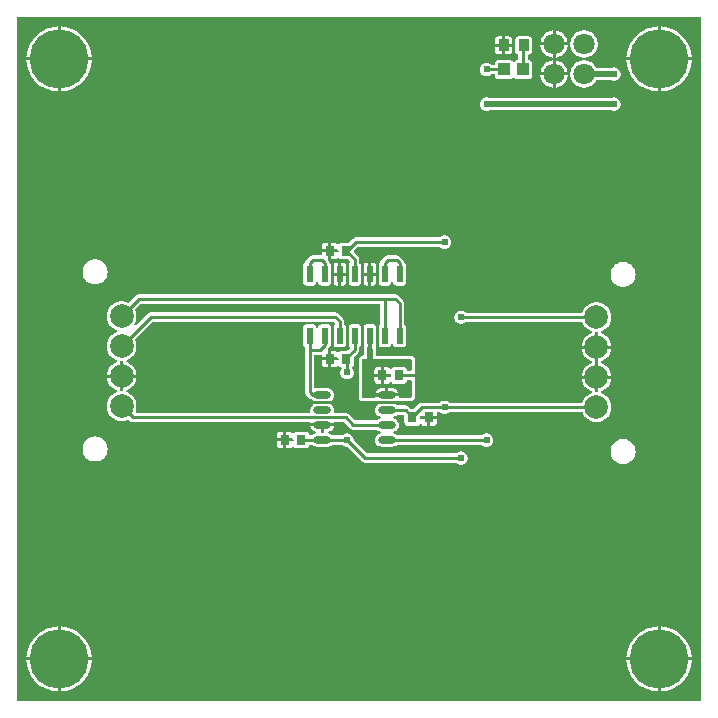
<source format=gtl>
G04 Layer: TopLayer*
G04 Panelize: , Column: 2, Row: 2, Board Size: 58.42mm x 58.42mm, Panelized Board Size: 118.84mm x 118.84mm*
G04 EasyEDA v6.5.34, 2023-08-21 18:11:39*
G04 f07168d6b74b40acbba529e65b5b2b20,5a6b42c53f6a479593ecc07194224c93,10*
G04 Gerber Generator version 0.2*
G04 Scale: 100 percent, Rotated: No, Reflected: No *
G04 Dimensions in millimeters *
G04 leading zeros omitted , absolute positions ,4 integer and 5 decimal *
%FSLAX45Y45*%
%MOMM*%

%ADD10C,0.2540*%
%ADD11C,0.5000*%
%ADD12O,1.5200122X0.5999988*%
%ADD13R,0.5600X1.4300*%
%ADD14R,0.8000X0.9000*%
%ADD15R,1.0000X1.1000*%
%ADD16R,0.8999X1.0000*%
%ADD17C,5.0000*%
%ADD18C,1.8000*%
%ADD19C,2.0000*%
%ADD20C,0.6096*%
%ADD21C,0.0133*%

%LPD*%
G36*
X5805932Y25908D02*
G01*
X36068Y26416D01*
X32156Y27178D01*
X28905Y29362D01*
X26670Y32664D01*
X25908Y36576D01*
X25908Y5805932D01*
X26670Y5809843D01*
X28905Y5813094D01*
X32156Y5815330D01*
X36068Y5816092D01*
X5805932Y5816092D01*
X5809843Y5815330D01*
X5813094Y5813094D01*
X5815330Y5809843D01*
X5816092Y5805932D01*
X5816092Y36068D01*
X5815330Y32207D01*
X5813094Y28905D01*
X5809843Y26670D01*
G37*

%LPC*%
G36*
X4456887Y5600700D02*
G01*
X4559300Y5600700D01*
X4559300Y5702960D01*
X4550308Y5701842D01*
X4536186Y5698236D01*
X4522673Y5692851D01*
X4509922Y5685840D01*
X4498136Y5677306D01*
X4487519Y5667349D01*
X4478223Y5656122D01*
X4470450Y5643829D01*
X4464253Y5630672D01*
X4459732Y5616803D01*
X4457039Y5602528D01*
G37*
G36*
X393700Y105562D02*
G01*
X398322Y105664D01*
X421284Y108051D01*
X443992Y112369D01*
X466242Y118618D01*
X487934Y126644D01*
X508812Y136499D01*
X528828Y148031D01*
X547827Y161239D01*
X565607Y175971D01*
X582117Y192125D01*
X597204Y209600D01*
X610819Y228295D01*
X622757Y248107D01*
X633018Y268782D01*
X641553Y290271D01*
X648208Y312369D01*
X653034Y334975D01*
X655929Y357936D01*
X656336Y368300D01*
X393700Y368300D01*
G37*
G36*
X5448300Y105613D02*
G01*
X5448300Y368300D01*
X5185410Y368300D01*
X5187289Y346405D01*
X5191150Y323646D01*
X5196890Y301244D01*
X5204460Y279450D01*
X5213858Y258317D01*
X5224983Y238099D01*
X5237784Y218846D01*
X5252161Y200710D01*
X5267960Y183896D01*
X5285130Y168402D01*
X5303520Y154432D01*
X5323027Y142087D01*
X5343499Y131368D01*
X5364835Y122428D01*
X5386781Y115265D01*
X5409285Y109982D01*
X5432145Y106629D01*
G37*
G36*
X368300Y105613D02*
G01*
X368300Y368300D01*
X105410Y368300D01*
X107289Y346405D01*
X111150Y323646D01*
X116890Y301244D01*
X124460Y279450D01*
X133858Y258317D01*
X144983Y238099D01*
X157784Y218846D01*
X172161Y200710D01*
X187960Y183896D01*
X205130Y168402D01*
X223520Y154432D01*
X243027Y142087D01*
X263499Y131368D01*
X284835Y122428D01*
X306781Y115265D01*
X329285Y109982D01*
X352145Y106629D01*
G37*
G36*
X5473700Y393700D02*
G01*
X5736336Y393700D01*
X5735929Y404063D01*
X5733034Y427024D01*
X5728208Y449630D01*
X5721553Y471728D01*
X5713018Y493217D01*
X5702757Y513892D01*
X5690819Y533704D01*
X5677204Y552348D01*
X5662117Y569874D01*
X5645607Y586028D01*
X5627827Y600760D01*
X5608828Y613968D01*
X5588812Y625500D01*
X5567934Y635355D01*
X5546242Y643382D01*
X5523992Y649630D01*
X5501284Y653948D01*
X5478322Y656336D01*
X5473700Y656437D01*
G37*
G36*
X393700Y393700D02*
G01*
X656336Y393700D01*
X655929Y404063D01*
X653034Y427024D01*
X648208Y449630D01*
X641553Y471728D01*
X633018Y493217D01*
X622757Y513892D01*
X610819Y533704D01*
X597204Y552348D01*
X582117Y569874D01*
X565607Y586028D01*
X547827Y600760D01*
X528828Y613968D01*
X508812Y625500D01*
X487934Y635355D01*
X466242Y643382D01*
X443992Y649630D01*
X421284Y653948D01*
X398322Y656336D01*
X393700Y656437D01*
G37*
G36*
X5185410Y393700D02*
G01*
X5448300Y393700D01*
X5448300Y656386D01*
X5432145Y655370D01*
X5409285Y652018D01*
X5386781Y646734D01*
X5364835Y639572D01*
X5343499Y630631D01*
X5323027Y619912D01*
X5303520Y607568D01*
X5285130Y593598D01*
X5267960Y578104D01*
X5252161Y561289D01*
X5237784Y543153D01*
X5224983Y523900D01*
X5213858Y503682D01*
X5204460Y482549D01*
X5196890Y460756D01*
X5191150Y438353D01*
X5187289Y415594D01*
G37*
G36*
X105410Y393700D02*
G01*
X368300Y393700D01*
X368300Y656386D01*
X352145Y655370D01*
X329285Y652018D01*
X306781Y646734D01*
X284835Y639572D01*
X263499Y630631D01*
X243027Y619912D01*
X223520Y607568D01*
X205130Y593598D01*
X187960Y578104D01*
X172161Y561289D01*
X157784Y543153D01*
X144983Y523900D01*
X133858Y503682D01*
X124460Y482549D01*
X116890Y460756D01*
X111150Y438353D01*
X107289Y415594D01*
G37*
G36*
X3784600Y2026462D02*
G01*
X3794404Y2027326D01*
X3803853Y2029866D01*
X3812794Y2033981D01*
X3820820Y2039620D01*
X3827779Y2046579D01*
X3833418Y2054606D01*
X3837533Y2063546D01*
X3840073Y2072995D01*
X3840937Y2082800D01*
X3840073Y2092604D01*
X3837533Y2102053D01*
X3833418Y2110994D01*
X3827779Y2119020D01*
X3820820Y2125980D01*
X3812794Y2131618D01*
X3803853Y2135733D01*
X3794404Y2138273D01*
X3784600Y2139137D01*
X3774795Y2138273D01*
X3765346Y2135733D01*
X3756406Y2131618D01*
X3748379Y2125980D01*
X3746804Y2124405D01*
X3743502Y2122170D01*
X3739591Y2121408D01*
X2992018Y2121408D01*
X2988106Y2122170D01*
X2984804Y2124405D01*
X2878531Y2230678D01*
X2876499Y2233574D01*
X2875584Y2236978D01*
X2874873Y2245004D01*
X2872333Y2254453D01*
X2868218Y2263394D01*
X2862580Y2271420D01*
X2855620Y2278380D01*
X2847594Y2284018D01*
X2838653Y2288133D01*
X2829204Y2290673D01*
X2819400Y2291537D01*
X2809595Y2290673D01*
X2800146Y2288133D01*
X2791206Y2284018D01*
X2783179Y2278380D01*
X2781604Y2276805D01*
X2778302Y2274570D01*
X2774442Y2273808D01*
X2699207Y2273808D01*
X2695295Y2274570D01*
X2691993Y2276805D01*
X2690825Y2277973D01*
X2682849Y2283561D01*
X2674010Y2287676D01*
X2669590Y2288895D01*
X2665679Y2290927D01*
X2662986Y2294382D01*
X2662072Y2298700D01*
X2662986Y2303018D01*
X2665679Y2306472D01*
X2669590Y2308504D01*
X2674010Y2309723D01*
X2682849Y2313838D01*
X2690825Y2319426D01*
X2697683Y2326284D01*
X2703271Y2334260D01*
X2707386Y2343099D01*
X2709113Y2349500D01*
X2621584Y2349500D01*
X2621584Y2301290D01*
X2620822Y2297379D01*
X2618638Y2294077D01*
X2615336Y2291892D01*
X2611424Y2291130D01*
X2606344Y2291130D01*
X2602484Y2291892D01*
X2599182Y2294077D01*
X2596997Y2297379D01*
X2596184Y2301290D01*
X2596184Y2349500D01*
X2508707Y2349500D01*
X2510383Y2343099D01*
X2514498Y2334260D01*
X2520086Y2326284D01*
X2526995Y2319426D01*
X2534970Y2313838D01*
X2543810Y2309723D01*
X2548229Y2308504D01*
X2552141Y2306472D01*
X2554782Y2303018D01*
X2555748Y2298700D01*
X2554782Y2294382D01*
X2552141Y2290927D01*
X2548229Y2288895D01*
X2543810Y2287676D01*
X2534970Y2283561D01*
X2526995Y2277973D01*
X2525776Y2276805D01*
X2522474Y2274570D01*
X2518613Y2273808D01*
X2507843Y2273808D01*
X2504236Y2274468D01*
X2501087Y2276398D01*
X2498801Y2279294D01*
X2497734Y2282850D01*
X2497378Y2285949D01*
X2495499Y2291384D01*
X2492400Y2296312D01*
X2488285Y2300376D01*
X2483408Y2303475D01*
X2477922Y2305354D01*
X2471623Y2306066D01*
X2392781Y2306066D01*
X2386431Y2305354D01*
X2380996Y2303475D01*
X2376068Y2300376D01*
X2372004Y2296312D01*
X2370785Y2294432D01*
X2367991Y2291486D01*
X2364232Y2289860D01*
X2360168Y2289860D01*
X2356408Y2291486D01*
X2353614Y2294432D01*
X2352395Y2296312D01*
X2348331Y2300376D01*
X2343404Y2303475D01*
X2337968Y2305354D01*
X2331669Y2306066D01*
X2304897Y2306066D01*
X2304897Y2247900D01*
X2356104Y2247900D01*
X2360015Y2247087D01*
X2363317Y2244902D01*
X2365502Y2241600D01*
X2366264Y2237740D01*
X2366264Y2232660D01*
X2365502Y2228748D01*
X2363317Y2225446D01*
X2360015Y2223262D01*
X2356104Y2222500D01*
X2304897Y2222500D01*
X2304897Y2164283D01*
X2331669Y2164283D01*
X2337968Y2164994D01*
X2343404Y2166874D01*
X2348331Y2169972D01*
X2352395Y2174087D01*
X2353614Y2175967D01*
X2356408Y2178913D01*
X2360168Y2180488D01*
X2364232Y2180488D01*
X2367991Y2178913D01*
X2370785Y2175967D01*
X2372004Y2174087D01*
X2376068Y2169972D01*
X2380996Y2166874D01*
X2386431Y2164994D01*
X2392781Y2164283D01*
X2471623Y2164283D01*
X2477922Y2164994D01*
X2483408Y2166874D01*
X2488285Y2169972D01*
X2492400Y2174087D01*
X2495499Y2178964D01*
X2497378Y2184450D01*
X2497734Y2187549D01*
X2498801Y2191105D01*
X2501087Y2194001D01*
X2504236Y2195931D01*
X2507843Y2196592D01*
X2518562Y2196592D01*
X2522474Y2195830D01*
X2525776Y2193645D01*
X2526995Y2192426D01*
X2534970Y2186838D01*
X2543810Y2182723D01*
X2553208Y2180183D01*
X2563368Y2179269D01*
X2654452Y2179269D01*
X2664612Y2180183D01*
X2674010Y2182723D01*
X2682849Y2186838D01*
X2690825Y2192426D01*
X2692044Y2193645D01*
X2695346Y2195830D01*
X2699207Y2196592D01*
X2774391Y2196592D01*
X2778302Y2195830D01*
X2781604Y2193645D01*
X2783179Y2192020D01*
X2791206Y2186381D01*
X2800146Y2182266D01*
X2809595Y2179726D01*
X2817622Y2179015D01*
X2821025Y2178100D01*
X2823921Y2176068D01*
X2944164Y2055875D01*
X2950362Y2050745D01*
X2957068Y2047189D01*
X2964281Y2045004D01*
X2972308Y2044192D01*
X3739591Y2044192D01*
X3743502Y2043430D01*
X3746804Y2041194D01*
X3748379Y2039620D01*
X3756406Y2033981D01*
X3765346Y2029866D01*
X3774795Y2027326D01*
G37*
G36*
X5156250Y2031034D02*
G01*
X5170068Y2031898D01*
X5183632Y2034641D01*
X5196738Y2039061D01*
X5209184Y2045207D01*
X5220665Y2052878D01*
X5231079Y2062022D01*
X5240223Y2072436D01*
X5247944Y2083968D01*
X5254040Y2096363D01*
X5258511Y2109520D01*
X5261203Y2123084D01*
X5262118Y2136902D01*
X5261203Y2150719D01*
X5258511Y2164283D01*
X5254040Y2177440D01*
X5247944Y2189835D01*
X5240223Y2201367D01*
X5231079Y2211781D01*
X5220665Y2220925D01*
X5209184Y2228596D01*
X5196738Y2234742D01*
X5183632Y2239162D01*
X5170068Y2241905D01*
X5156250Y2242769D01*
X5142382Y2241905D01*
X5128818Y2239162D01*
X5115712Y2234742D01*
X5103266Y2228596D01*
X5091785Y2220925D01*
X5081371Y2211781D01*
X5072227Y2201367D01*
X5064506Y2189835D01*
X5058410Y2177440D01*
X5053939Y2164283D01*
X5051247Y2150719D01*
X5050332Y2136902D01*
X5051247Y2123084D01*
X5053939Y2109520D01*
X5058410Y2096363D01*
X5064506Y2083968D01*
X5072227Y2072436D01*
X5081371Y2062022D01*
X5091785Y2052878D01*
X5103266Y2045207D01*
X5115712Y2039061D01*
X5128818Y2034641D01*
X5142382Y2031898D01*
G37*
G36*
X685800Y2053132D02*
G01*
X699617Y2053996D01*
X713181Y2056739D01*
X726338Y2061159D01*
X738733Y2067306D01*
X750265Y2074976D01*
X760679Y2084120D01*
X769823Y2094534D01*
X777494Y2106066D01*
X783640Y2118461D01*
X788060Y2131618D01*
X790803Y2145182D01*
X791667Y2159000D01*
X790803Y2172817D01*
X788060Y2186381D01*
X783640Y2199538D01*
X777494Y2211933D01*
X769823Y2223465D01*
X760679Y2233879D01*
X750265Y2243023D01*
X738733Y2250694D01*
X726338Y2256840D01*
X713181Y2261260D01*
X699617Y2264003D01*
X685800Y2264867D01*
X671982Y2264003D01*
X658418Y2261260D01*
X645261Y2256840D01*
X632866Y2250694D01*
X621334Y2243023D01*
X610920Y2233879D01*
X601776Y2223465D01*
X594106Y2211933D01*
X587959Y2199538D01*
X583539Y2186381D01*
X580796Y2172817D01*
X579932Y2159000D01*
X580796Y2145182D01*
X583539Y2131618D01*
X587959Y2118461D01*
X594106Y2106066D01*
X601776Y2094534D01*
X610920Y2084120D01*
X621334Y2074976D01*
X632866Y2067306D01*
X645261Y2061159D01*
X658418Y2056739D01*
X671982Y2053996D01*
G37*
G36*
X4584700Y5600700D02*
G01*
X4687112Y5600700D01*
X4686960Y5602528D01*
X4684268Y5616803D01*
X4679746Y5630672D01*
X4673549Y5643829D01*
X4665776Y5656122D01*
X4656480Y5667349D01*
X4645863Y5677306D01*
X4634077Y5685840D01*
X4621326Y5692851D01*
X4607814Y5698236D01*
X4593691Y5701842D01*
X4584700Y5702960D01*
G37*
G36*
X2252776Y2164283D02*
G01*
X2279497Y2164283D01*
X2279497Y2222500D01*
X2226310Y2222500D01*
X2226310Y2190750D01*
X2227021Y2184450D01*
X2228951Y2178964D01*
X2231999Y2174087D01*
X2236114Y2169972D01*
X2240991Y2166874D01*
X2246477Y2164994D01*
G37*
G36*
X4156811Y5588000D02*
G01*
X4214977Y5588000D01*
X4214977Y5624728D01*
X4214266Y5631027D01*
X4212386Y5636514D01*
X4209288Y5641390D01*
X4205224Y5645505D01*
X4200296Y5648604D01*
X4194860Y5650484D01*
X4188510Y5651195D01*
X4156811Y5651195D01*
G37*
G36*
X4073194Y5588000D02*
G01*
X4131411Y5588000D01*
X4131411Y5651195D01*
X4099661Y5651195D01*
X4093362Y5650484D01*
X4087876Y5648604D01*
X4082999Y5645505D01*
X4078884Y5641390D01*
X4075785Y5636514D01*
X4073906Y5631027D01*
X4073194Y5624728D01*
G37*
G36*
X4000500Y2178862D02*
G01*
X4010304Y2179726D01*
X4019753Y2182266D01*
X4028694Y2186381D01*
X4036720Y2192020D01*
X4043679Y2198979D01*
X4049318Y2207006D01*
X4053433Y2215946D01*
X4055973Y2225395D01*
X4056837Y2235200D01*
X4055973Y2245004D01*
X4053433Y2254453D01*
X4049318Y2263394D01*
X4043679Y2271420D01*
X4036720Y2278380D01*
X4028694Y2284018D01*
X4019753Y2288133D01*
X4010304Y2290673D01*
X4000500Y2291537D01*
X3990695Y2290673D01*
X3981246Y2288133D01*
X3972306Y2284018D01*
X3964279Y2278380D01*
X3962704Y2276805D01*
X3959402Y2274570D01*
X3955491Y2273808D01*
X3247186Y2273808D01*
X3243326Y2274570D01*
X3240024Y2276805D01*
X3238804Y2277973D01*
X3230829Y2283561D01*
X3221990Y2287676D01*
X3217570Y2288895D01*
X3213658Y2290927D01*
X3211017Y2294382D01*
X3210052Y2298700D01*
X3211017Y2303018D01*
X3213658Y2306472D01*
X3217570Y2308504D01*
X3221990Y2309723D01*
X3230829Y2313838D01*
X3238804Y2319426D01*
X3245713Y2326284D01*
X3251301Y2334260D01*
X3255416Y2343099D01*
X3257905Y2352497D01*
X3258769Y2362200D01*
X3257905Y2371902D01*
X3255416Y2381300D01*
X3251301Y2390140D01*
X3245713Y2398115D01*
X3238804Y2404973D01*
X3230829Y2410561D01*
X3221990Y2414676D01*
X3217570Y2415895D01*
X3213658Y2417927D01*
X3211017Y2421382D01*
X3210052Y2425700D01*
X3211017Y2430018D01*
X3213658Y2433472D01*
X3217570Y2435504D01*
X3221990Y2436723D01*
X3230829Y2440838D01*
X3238804Y2446426D01*
X3240024Y2447645D01*
X3243326Y2449830D01*
X3247237Y2450592D01*
X3294481Y2450592D01*
X3298393Y2449830D01*
X3302812Y2446477D01*
X3305048Y2443175D01*
X3305810Y2439314D01*
X3305810Y2381300D01*
X3306521Y2374950D01*
X3308400Y2369515D01*
X3311499Y2364587D01*
X3315614Y2360523D01*
X3320491Y2357424D01*
X3325977Y2355545D01*
X3332276Y2354834D01*
X3411118Y2354834D01*
X3417468Y2355545D01*
X3422904Y2357424D01*
X3427831Y2360523D01*
X3431895Y2364587D01*
X3433114Y2366467D01*
X3435908Y2369413D01*
X3439668Y2371039D01*
X3443732Y2371039D01*
X3447491Y2369413D01*
X3450285Y2366467D01*
X3451504Y2364587D01*
X3455568Y2360523D01*
X3460496Y2357424D01*
X3465931Y2355545D01*
X3472230Y2354834D01*
X3499002Y2354834D01*
X3499002Y2413000D01*
X3447796Y2413000D01*
X3443884Y2413812D01*
X3440582Y2415997D01*
X3438398Y2419299D01*
X3437636Y2423160D01*
X3437636Y2428240D01*
X3438398Y2432151D01*
X3440582Y2435453D01*
X3443884Y2437638D01*
X3447796Y2438400D01*
X3499002Y2438400D01*
X3499002Y2463495D01*
X3499764Y2467406D01*
X3501948Y2470708D01*
X3505250Y2472893D01*
X3509162Y2473655D01*
X3514242Y2473655D01*
X3518103Y2472893D01*
X3521405Y2470708D01*
X3523589Y2467406D01*
X3524402Y2463495D01*
X3524402Y2438400D01*
X3577590Y2438400D01*
X3577590Y2463444D01*
X3578351Y2467356D01*
X3580587Y2470658D01*
X3583889Y2472842D01*
X3587750Y2473604D01*
X3599891Y2473604D01*
X3603751Y2472842D01*
X3607054Y2470658D01*
X3608679Y2469032D01*
X3616706Y2463393D01*
X3625646Y2459228D01*
X3635095Y2456688D01*
X3644900Y2455824D01*
X3654704Y2456688D01*
X3664153Y2459228D01*
X3673094Y2463393D01*
X3681120Y2469032D01*
X3682695Y2470607D01*
X3685997Y2472791D01*
X3689908Y2473604D01*
X4804156Y2473706D01*
X4807966Y2472944D01*
X4811217Y2470861D01*
X4813452Y2467711D01*
X4819751Y2453690D01*
X4827625Y2440635D01*
X4836972Y2428697D01*
X4847742Y2417927D01*
X4859680Y2408580D01*
X4872736Y2400706D01*
X4886553Y2394458D01*
X4901082Y2389936D01*
X4916017Y2387193D01*
X4931206Y2386279D01*
X4946396Y2387193D01*
X4961331Y2389936D01*
X4975860Y2394458D01*
X4989728Y2400706D01*
X5002733Y2408580D01*
X5014722Y2417927D01*
X5025440Y2428697D01*
X5034838Y2440635D01*
X5042662Y2453690D01*
X5048910Y2467508D01*
X5053431Y2482037D01*
X5056174Y2496972D01*
X5057089Y2512161D01*
X5056174Y2527350D01*
X5053431Y2542286D01*
X5048910Y2556814D01*
X5042662Y2570683D01*
X5034838Y2583688D01*
X5025440Y2595626D01*
X5014722Y2606395D01*
X5002733Y2615793D01*
X4989728Y2623616D01*
X4975809Y2629916D01*
X4972659Y2632151D01*
X4970526Y2635351D01*
X4969814Y2639161D01*
X4970526Y2642971D01*
X4972659Y2646222D01*
X4975809Y2648458D01*
X4989728Y2654706D01*
X5002733Y2662580D01*
X5014722Y2671927D01*
X5025440Y2682697D01*
X5034838Y2694635D01*
X5042662Y2707690D01*
X5048910Y2721508D01*
X5053431Y2736037D01*
X5056174Y2750972D01*
X5056327Y2753461D01*
X4943906Y2753461D01*
X4943906Y2648102D01*
X4943144Y2644190D01*
X4940960Y2640888D01*
X4937658Y2638704D01*
X4933746Y2637942D01*
X4928666Y2637942D01*
X4924806Y2638704D01*
X4921504Y2640888D01*
X4919268Y2644190D01*
X4918506Y2648102D01*
X4918506Y2753461D01*
X4806086Y2753461D01*
X4806238Y2750972D01*
X4808982Y2736037D01*
X4813503Y2721508D01*
X4819751Y2707690D01*
X4827625Y2694635D01*
X4836972Y2682697D01*
X4847742Y2671927D01*
X4859680Y2662580D01*
X4872736Y2654706D01*
X4886655Y2648458D01*
X4889804Y2646222D01*
X4891887Y2642971D01*
X4892649Y2639161D01*
X4891887Y2635351D01*
X4889804Y2632151D01*
X4886655Y2629916D01*
X4872736Y2623616D01*
X4859680Y2615793D01*
X4847742Y2606395D01*
X4836972Y2595626D01*
X4827625Y2583688D01*
X4819751Y2570683D01*
X4813554Y2556916D01*
X4811318Y2553766D01*
X4808067Y2551633D01*
X4804308Y2550922D01*
X3689858Y2550820D01*
X3685997Y2551582D01*
X3682695Y2553766D01*
X3681120Y2555341D01*
X3673094Y2560980D01*
X3664153Y2565146D01*
X3654704Y2567686D01*
X3644900Y2568549D01*
X3635095Y2567686D01*
X3625646Y2565146D01*
X3616706Y2560980D01*
X3608679Y2555341D01*
X3607104Y2553817D01*
X3603802Y2551582D01*
X3599942Y2550820D01*
X3452368Y2550922D01*
X3444341Y2550160D01*
X3437128Y2547924D01*
X3430473Y2544368D01*
X3424224Y2539288D01*
X3384702Y2499614D01*
X3381400Y2497429D01*
X3377488Y2496616D01*
X3366058Y2496616D01*
X3362198Y2497378D01*
X3358896Y2499614D01*
X3342335Y2516174D01*
X3336086Y2521254D01*
X3329432Y2524861D01*
X3322218Y2527046D01*
X3314192Y2527808D01*
X3247186Y2527808D01*
X3243326Y2528570D01*
X3240024Y2530805D01*
X3238804Y2531973D01*
X3230829Y2537561D01*
X3221990Y2541676D01*
X3217570Y2542895D01*
X3213658Y2544927D01*
X3211017Y2548382D01*
X3210052Y2552700D01*
X3211017Y2557018D01*
X3213658Y2560472D01*
X3217570Y2562504D01*
X3222548Y2563926D01*
X3226816Y2564892D01*
X3364941Y2564892D01*
X3371240Y2565603D01*
X3376726Y2567533D01*
X3381603Y2570581D01*
X3385718Y2574696D01*
X3388766Y2579573D01*
X3390696Y2585059D01*
X3391408Y2591358D01*
X3391408Y2920441D01*
X3390696Y2926740D01*
X3388766Y2932226D01*
X3385718Y2937103D01*
X3381603Y2941218D01*
X3376726Y2944266D01*
X3371240Y2946196D01*
X3364941Y2946908D01*
X3071368Y2946908D01*
X3067456Y2947670D01*
X3064205Y2949905D01*
X3061970Y2953156D01*
X3061208Y2958541D01*
X3062173Y2962859D01*
X3062833Y2964332D01*
X3065373Y2973832D01*
X3066237Y2983585D01*
X3065373Y2993390D01*
X3062833Y3002889D01*
X3062173Y3004362D01*
X3061208Y3008630D01*
X3061208Y3032353D01*
X3061766Y3035706D01*
X3063087Y3039465D01*
X3063290Y3041294D01*
X3064611Y3045307D01*
X3067456Y3048406D01*
X3071317Y3050082D01*
X3075482Y3050082D01*
X3079343Y3048406D01*
X3082188Y3045307D01*
X3083509Y3041294D01*
X3083712Y3039465D01*
X3085592Y3033979D01*
X3088690Y3029102D01*
X3092805Y3024987D01*
X3097682Y3021939D01*
X3103168Y3020009D01*
X3109468Y3019298D01*
X3164332Y3019298D01*
X3170631Y3020009D01*
X3176117Y3021939D01*
X3180994Y3024987D01*
X3185109Y3029102D01*
X3188208Y3033979D01*
X3190087Y3039465D01*
X3190290Y3041294D01*
X3191611Y3045307D01*
X3194456Y3048406D01*
X3198317Y3050082D01*
X3202482Y3050082D01*
X3206343Y3048406D01*
X3209188Y3045307D01*
X3210509Y3041294D01*
X3210712Y3039465D01*
X3212592Y3033979D01*
X3215690Y3029102D01*
X3219805Y3024987D01*
X3224682Y3021939D01*
X3230168Y3020009D01*
X3236468Y3019298D01*
X3291332Y3019298D01*
X3297631Y3020009D01*
X3303117Y3021939D01*
X3307994Y3024987D01*
X3312109Y3029102D01*
X3315208Y3033979D01*
X3317087Y3039465D01*
X3317798Y3045764D01*
X3317798Y3187649D01*
X3317087Y3193948D01*
X3315208Y3199434D01*
X3312109Y3204311D01*
X3304743Y3211118D01*
X3303066Y3214116D01*
X3302508Y3217468D01*
X3302508Y3390392D01*
X3301695Y3398418D01*
X3299510Y3405632D01*
X3295954Y3412337D01*
X3290824Y3418535D01*
X3253435Y3455924D01*
X3247237Y3461054D01*
X3240532Y3464610D01*
X3233318Y3466795D01*
X3225292Y3467608D01*
X1056690Y3467608D01*
X1048664Y3466795D01*
X1041450Y3464610D01*
X1034796Y3461054D01*
X1028547Y3455924D01*
X973175Y3400551D01*
X969771Y3398316D01*
X965758Y3397605D01*
X961796Y3398469D01*
X955446Y3401314D01*
X940917Y3405835D01*
X925982Y3408578D01*
X910793Y3409492D01*
X895654Y3408578D01*
X880668Y3405835D01*
X866190Y3401314D01*
X852322Y3395116D01*
X839317Y3387242D01*
X827328Y3377844D01*
X816559Y3367125D01*
X807212Y3355136D01*
X799338Y3342132D01*
X793089Y3328263D01*
X788568Y3313734D01*
X785825Y3298799D01*
X784910Y3283610D01*
X785825Y3268472D01*
X788568Y3253486D01*
X793089Y3239008D01*
X799338Y3225139D01*
X807212Y3212134D01*
X816559Y3200146D01*
X827328Y3189376D01*
X839317Y3180029D01*
X852322Y3172155D01*
X866241Y3165906D01*
X869391Y3163671D01*
X871474Y3160420D01*
X872236Y3156610D01*
X871474Y3152851D01*
X869391Y3149600D01*
X866241Y3147364D01*
X852322Y3141116D01*
X839317Y3133242D01*
X827328Y3123844D01*
X816559Y3113125D01*
X807212Y3101136D01*
X799338Y3088132D01*
X793089Y3074263D01*
X788568Y3059734D01*
X785825Y3044799D01*
X784910Y3029610D01*
X785825Y3014472D01*
X788568Y2999486D01*
X793089Y2985008D01*
X799338Y2971139D01*
X807212Y2958134D01*
X816559Y2946146D01*
X827328Y2935376D01*
X839317Y2926029D01*
X852322Y2918155D01*
X866241Y2911906D01*
X869391Y2909671D01*
X871474Y2906420D01*
X872236Y2902610D01*
X871474Y2898851D01*
X869391Y2895600D01*
X866241Y2893364D01*
X852322Y2887116D01*
X839317Y2879242D01*
X827328Y2869844D01*
X816559Y2859125D01*
X807212Y2847136D01*
X799338Y2834132D01*
X793089Y2820263D01*
X788568Y2805734D01*
X785825Y2790799D01*
X785672Y2788310D01*
X898093Y2788310D01*
X898093Y2893720D01*
X898906Y2897581D01*
X901090Y2900883D01*
X904392Y2903118D01*
X908253Y2903880D01*
X913333Y2903880D01*
X917244Y2903118D01*
X920546Y2900883D01*
X922731Y2897581D01*
X923493Y2893720D01*
X923493Y2788310D01*
X1035913Y2788310D01*
X1035761Y2790799D01*
X1033018Y2805734D01*
X1028496Y2820263D01*
X1022299Y2834132D01*
X1014425Y2847136D01*
X1005027Y2859125D01*
X994308Y2869844D01*
X982319Y2879242D01*
X969314Y2887116D01*
X955395Y2893364D01*
X952246Y2895600D01*
X950112Y2898851D01*
X949401Y2902610D01*
X950112Y2906420D01*
X952246Y2909671D01*
X955395Y2911906D01*
X969314Y2918155D01*
X982319Y2926029D01*
X994308Y2935376D01*
X1005027Y2946146D01*
X1014425Y2958134D01*
X1022299Y2971139D01*
X1028496Y2985008D01*
X1033018Y2999486D01*
X1035761Y3014472D01*
X1036675Y3029610D01*
X1035761Y3044799D01*
X1033018Y3059734D01*
X1028496Y3074263D01*
X1025652Y3080613D01*
X1024788Y3084576D01*
X1025499Y3088538D01*
X1027734Y3091942D01*
X1170838Y3234994D01*
X1174140Y3237230D01*
X1178001Y3237992D01*
X2697581Y3237992D01*
X2701493Y3237230D01*
X2704795Y3234994D01*
X2714294Y3225495D01*
X2716530Y3222193D01*
X2717292Y3217468D01*
X2716733Y3214116D01*
X2715056Y3211118D01*
X2711805Y3208426D01*
X2707690Y3204311D01*
X2704592Y3199434D01*
X2702712Y3193948D01*
X2702509Y3192119D01*
X2701188Y3188106D01*
X2698343Y3185007D01*
X2694482Y3183280D01*
X2690317Y3183280D01*
X2686456Y3185007D01*
X2683611Y3188106D01*
X2682290Y3192119D01*
X2682087Y3193948D01*
X2680208Y3199434D01*
X2677109Y3204311D01*
X2672994Y3208426D01*
X2668117Y3211474D01*
X2662631Y3213404D01*
X2656332Y3214116D01*
X2601468Y3214116D01*
X2595168Y3213404D01*
X2589682Y3211474D01*
X2584805Y3208426D01*
X2580690Y3204311D01*
X2577592Y3199434D01*
X2575712Y3193948D01*
X2575509Y3192119D01*
X2574188Y3188106D01*
X2571343Y3185007D01*
X2567482Y3183280D01*
X2563317Y3183280D01*
X2559456Y3185007D01*
X2556611Y3188106D01*
X2555290Y3192119D01*
X2555087Y3193948D01*
X2553208Y3199434D01*
X2550109Y3204311D01*
X2545994Y3208426D01*
X2541117Y3211474D01*
X2535631Y3213404D01*
X2529332Y3214116D01*
X2474468Y3214116D01*
X2468168Y3213404D01*
X2462682Y3211474D01*
X2457805Y3208426D01*
X2453690Y3204311D01*
X2450592Y3199434D01*
X2448712Y3193948D01*
X2448001Y3187649D01*
X2448001Y3045764D01*
X2448712Y3039465D01*
X2450592Y3033979D01*
X2453690Y3029102D01*
X2461056Y3022244D01*
X2462733Y3019298D01*
X2463292Y3015945D01*
X2463292Y2642108D01*
X2464104Y2634081D01*
X2466289Y2626868D01*
X2469845Y2620162D01*
X2474976Y2613964D01*
X2499614Y2589276D01*
X2505862Y2584145D01*
X2512517Y2580589D01*
X2520543Y2578150D01*
X2522778Y2577134D01*
X2526995Y2573426D01*
X2534970Y2567838D01*
X2543810Y2563723D01*
X2548229Y2562504D01*
X2552141Y2560472D01*
X2554782Y2557018D01*
X2555748Y2552700D01*
X2554782Y2548382D01*
X2552141Y2544927D01*
X2548229Y2542895D01*
X2543810Y2541676D01*
X2534970Y2537561D01*
X2526995Y2531973D01*
X2520086Y2525115D01*
X2514498Y2517140D01*
X2510383Y2508300D01*
X2507894Y2498902D01*
X2507030Y2489200D01*
X2507894Y2479497D01*
X2508504Y2477109D01*
X2508808Y2473401D01*
X2507742Y2469845D01*
X2505506Y2466898D01*
X2502357Y2464968D01*
X2498699Y2464308D01*
X1038352Y2464308D01*
X1034643Y2465019D01*
X1031443Y2467051D01*
X1029208Y2470099D01*
X1028242Y2473756D01*
X1028649Y2477465D01*
X1033018Y2491486D01*
X1035761Y2506472D01*
X1036675Y2521610D01*
X1035761Y2536799D01*
X1033018Y2551734D01*
X1028496Y2566263D01*
X1022299Y2580132D01*
X1014425Y2593136D01*
X1005027Y2605125D01*
X994308Y2615844D01*
X982319Y2625242D01*
X969314Y2633116D01*
X955395Y2639364D01*
X952246Y2641600D01*
X950112Y2644851D01*
X949401Y2648610D01*
X950112Y2652420D01*
X952246Y2655671D01*
X955395Y2657906D01*
X969314Y2664155D01*
X982319Y2672029D01*
X994308Y2681376D01*
X1005027Y2692146D01*
X1014425Y2704134D01*
X1022299Y2717139D01*
X1028496Y2731008D01*
X1033018Y2745486D01*
X1035761Y2760472D01*
X1035913Y2762910D01*
X923493Y2762910D01*
X923493Y2657551D01*
X922731Y2653639D01*
X920546Y2650337D01*
X917244Y2648153D01*
X913333Y2647391D01*
X908253Y2647391D01*
X904392Y2648153D01*
X901090Y2650337D01*
X898906Y2653639D01*
X898093Y2657551D01*
X898093Y2762910D01*
X785672Y2762910D01*
X785825Y2760472D01*
X788568Y2745486D01*
X793089Y2731008D01*
X799338Y2717139D01*
X807212Y2704134D01*
X816559Y2692146D01*
X827328Y2681376D01*
X839317Y2672029D01*
X852322Y2664155D01*
X866241Y2657906D01*
X869391Y2655671D01*
X871474Y2652420D01*
X872236Y2648610D01*
X871474Y2644851D01*
X869391Y2641600D01*
X866241Y2639364D01*
X852322Y2633116D01*
X839317Y2625242D01*
X827328Y2615844D01*
X816559Y2605125D01*
X807212Y2593136D01*
X799338Y2580132D01*
X793089Y2566263D01*
X788568Y2551734D01*
X785825Y2536799D01*
X784910Y2521610D01*
X785825Y2506472D01*
X788568Y2491486D01*
X793089Y2477008D01*
X799338Y2463139D01*
X807212Y2450134D01*
X816559Y2438146D01*
X827328Y2427376D01*
X839317Y2418029D01*
X852322Y2410155D01*
X866190Y2403906D01*
X880668Y2399385D01*
X895654Y2396642D01*
X910793Y2395728D01*
X925982Y2396642D01*
X940917Y2399385D01*
X955446Y2403906D01*
X961796Y2406751D01*
X965758Y2407666D01*
X969771Y2406954D01*
X973124Y2404668D01*
X979068Y2398776D01*
X985316Y2393645D01*
X991971Y2390089D01*
X999185Y2387904D01*
X1007211Y2387092D01*
X2498699Y2387092D01*
X2502357Y2386431D01*
X2505506Y2384501D01*
X2507742Y2381554D01*
X2508808Y2377998D01*
X2508554Y2374900D01*
X2596184Y2374900D01*
X2596184Y2376932D01*
X2596997Y2380843D01*
X2599182Y2384094D01*
X2602484Y2386330D01*
X2606344Y2387092D01*
X2611424Y2387092D01*
X2615336Y2386330D01*
X2618638Y2384094D01*
X2620822Y2380843D01*
X2621584Y2376932D01*
X2621584Y2374900D01*
X2709214Y2374900D01*
X2709011Y2377998D01*
X2710027Y2381554D01*
X2712313Y2384501D01*
X2715463Y2386431D01*
X2719070Y2387092D01*
X2786481Y2387092D01*
X2790393Y2386330D01*
X2793695Y2384094D01*
X2842514Y2335276D01*
X2848762Y2330145D01*
X2855417Y2326589D01*
X2862681Y2324404D01*
X2870708Y2323592D01*
X3066592Y2323592D01*
X3070453Y2322830D01*
X3073755Y2320645D01*
X3074974Y2319426D01*
X3082950Y2313838D01*
X3091789Y2309723D01*
X3096209Y2308504D01*
X3100120Y2306472D01*
X3102813Y2303018D01*
X3103727Y2298700D01*
X3102813Y2294382D01*
X3100120Y2290927D01*
X3096209Y2288895D01*
X3091789Y2287676D01*
X3082950Y2283561D01*
X3074974Y2277973D01*
X3068116Y2271115D01*
X3062528Y2263140D01*
X3058414Y2254300D01*
X3055874Y2244902D01*
X3055010Y2235200D01*
X3055874Y2225497D01*
X3058414Y2216099D01*
X3062528Y2207260D01*
X3068116Y2199284D01*
X3074974Y2192426D01*
X3082950Y2186838D01*
X3091789Y2182723D01*
X3101187Y2180183D01*
X3111347Y2179269D01*
X3202432Y2179269D01*
X3212592Y2180183D01*
X3221990Y2182723D01*
X3230829Y2186838D01*
X3238804Y2192426D01*
X3240024Y2193645D01*
X3243326Y2195830D01*
X3247237Y2196592D01*
X3955491Y2196592D01*
X3959402Y2195830D01*
X3962704Y2193594D01*
X3964279Y2192020D01*
X3972306Y2186381D01*
X3981246Y2182266D01*
X3990695Y2179726D01*
G37*
G36*
X4156811Y5499404D02*
G01*
X4188510Y5499404D01*
X4194860Y5500116D01*
X4200296Y5501995D01*
X4205224Y5505094D01*
X4209288Y5509158D01*
X4212386Y5514086D01*
X4214266Y5519521D01*
X4214977Y5525871D01*
X4214977Y5562600D01*
X4156811Y5562600D01*
G37*
G36*
X4099661Y5499404D02*
G01*
X4131411Y5499404D01*
X4131411Y5562600D01*
X4073194Y5562600D01*
X4073194Y5525871D01*
X4073906Y5519521D01*
X4075785Y5514086D01*
X4078884Y5509158D01*
X4082999Y5505094D01*
X4087876Y5501995D01*
X4093362Y5500116D01*
G37*
G36*
X2226310Y2247900D02*
G01*
X2279497Y2247900D01*
X2279497Y2306066D01*
X2252776Y2306066D01*
X2246477Y2305354D01*
X2240991Y2303475D01*
X2236114Y2300376D01*
X2231999Y2296312D01*
X2228951Y2291384D01*
X2227021Y2285949D01*
X2226310Y2279599D01*
G37*
G36*
X105410Y5473700D02*
G01*
X368300Y5473700D01*
X368300Y5736386D01*
X352145Y5735370D01*
X329285Y5732018D01*
X306781Y5726734D01*
X284835Y5719572D01*
X263499Y5710631D01*
X243027Y5699912D01*
X223520Y5687568D01*
X205130Y5673598D01*
X187960Y5658104D01*
X172161Y5641289D01*
X157784Y5623153D01*
X144983Y5603900D01*
X133858Y5583682D01*
X124460Y5562549D01*
X116890Y5540756D01*
X111150Y5518353D01*
X107289Y5495594D01*
G37*
G36*
X5185410Y5473700D02*
G01*
X5448300Y5473700D01*
X5448300Y5736386D01*
X5432145Y5735370D01*
X5409285Y5732018D01*
X5386781Y5726734D01*
X5364835Y5719572D01*
X5343499Y5710631D01*
X5323027Y5699912D01*
X5303520Y5687568D01*
X5285130Y5673598D01*
X5267960Y5658104D01*
X5252161Y5641289D01*
X5237784Y5623153D01*
X5224983Y5603900D01*
X5213858Y5583682D01*
X5204460Y5562549D01*
X5196890Y5540756D01*
X5191150Y5518353D01*
X5187289Y5495594D01*
G37*
G36*
X393700Y5473700D02*
G01*
X656336Y5473700D01*
X655929Y5484063D01*
X653034Y5507024D01*
X648208Y5529630D01*
X641553Y5551728D01*
X633018Y5573217D01*
X622757Y5593892D01*
X610819Y5613704D01*
X597204Y5632348D01*
X582117Y5649874D01*
X565607Y5666028D01*
X547827Y5680760D01*
X528828Y5693968D01*
X508812Y5705500D01*
X487934Y5715355D01*
X466242Y5723382D01*
X443992Y5729630D01*
X421284Y5733948D01*
X398322Y5736336D01*
X393700Y5736437D01*
G37*
G36*
X5473700Y5473700D02*
G01*
X5736336Y5473700D01*
X5735929Y5484063D01*
X5733034Y5507024D01*
X5728208Y5529630D01*
X5721553Y5551728D01*
X5713018Y5573217D01*
X5702757Y5593892D01*
X5690819Y5613704D01*
X5677204Y5632348D01*
X5662117Y5649874D01*
X5645607Y5666028D01*
X5627827Y5680760D01*
X5608828Y5693968D01*
X5588812Y5705500D01*
X5567934Y5715355D01*
X5546242Y5723382D01*
X5523992Y5729630D01*
X5501284Y5733948D01*
X5478322Y5736336D01*
X5473700Y5736437D01*
G37*
G36*
X4584700Y5473039D02*
G01*
X4593691Y5474157D01*
X4607814Y5477764D01*
X4621326Y5483148D01*
X4634077Y5490159D01*
X4645863Y5498693D01*
X4656480Y5508650D01*
X4665776Y5519877D01*
X4673549Y5532170D01*
X4679746Y5545328D01*
X4684268Y5559196D01*
X4686960Y5573471D01*
X4687112Y5575300D01*
X4584700Y5575300D01*
G37*
G36*
X3524402Y2354834D02*
G01*
X3551123Y2354834D01*
X3557422Y2355545D01*
X3562908Y2357424D01*
X3567785Y2360523D01*
X3571900Y2364587D01*
X3574948Y2369515D01*
X3576878Y2374950D01*
X3577590Y2381300D01*
X3577590Y2413000D01*
X3524402Y2413000D01*
G37*
G36*
X4559300Y5473039D02*
G01*
X4559300Y5575300D01*
X4456887Y5575300D01*
X4457039Y5573471D01*
X4459732Y5559196D01*
X4464253Y5545328D01*
X4470450Y5532170D01*
X4478223Y5519877D01*
X4487519Y5508650D01*
X4498136Y5498693D01*
X4509922Y5490159D01*
X4522673Y5483148D01*
X4536186Y5477764D01*
X4550308Y5474157D01*
G37*
G36*
X4818735Y5472328D02*
G01*
X4833264Y5472328D01*
X4847691Y5474157D01*
X4861814Y5477764D01*
X4875326Y5483148D01*
X4888077Y5490159D01*
X4899863Y5498693D01*
X4910480Y5508650D01*
X4919776Y5519877D01*
X4927549Y5532170D01*
X4933746Y5545328D01*
X4938268Y5559196D01*
X4940960Y5573471D01*
X4941874Y5588000D01*
X4940960Y5602528D01*
X4938268Y5616803D01*
X4933746Y5630672D01*
X4927549Y5643829D01*
X4919776Y5656122D01*
X4910480Y5667349D01*
X4899863Y5677306D01*
X4888077Y5685840D01*
X4875326Y5692851D01*
X4861814Y5698236D01*
X4847691Y5701842D01*
X4833264Y5703671D01*
X4818735Y5703671D01*
X4804308Y5701842D01*
X4790186Y5698236D01*
X4776673Y5692851D01*
X4763922Y5685840D01*
X4752136Y5677306D01*
X4741519Y5667349D01*
X4732223Y5656122D01*
X4724450Y5643829D01*
X4718253Y5630672D01*
X4713732Y5616803D01*
X4711039Y5602528D01*
X4710125Y5588000D01*
X4711039Y5573471D01*
X4713732Y5559196D01*
X4718253Y5545328D01*
X4724450Y5532170D01*
X4732223Y5519877D01*
X4741519Y5508650D01*
X4752136Y5498693D01*
X4763922Y5490159D01*
X4776673Y5483148D01*
X4790186Y5477764D01*
X4804308Y5474157D01*
G37*
G36*
X4584700Y5346700D02*
G01*
X4687112Y5346700D01*
X4686960Y5348528D01*
X4684268Y5362803D01*
X4679746Y5376672D01*
X4673549Y5389829D01*
X4665776Y5402122D01*
X4656480Y5413349D01*
X4645863Y5423306D01*
X4634077Y5431840D01*
X4621326Y5438851D01*
X4607814Y5444236D01*
X4593691Y5447842D01*
X4584700Y5448960D01*
G37*
G36*
X4456887Y5346700D02*
G01*
X4559300Y5346700D01*
X4559300Y5448960D01*
X4550308Y5447842D01*
X4536186Y5444236D01*
X4522673Y5438851D01*
X4509922Y5431840D01*
X4498136Y5423306D01*
X4487519Y5413349D01*
X4478223Y5402122D01*
X4470450Y5389829D01*
X4464253Y5376672D01*
X4459732Y5362803D01*
X4457039Y5348528D01*
G37*
G36*
X4099661Y5291175D02*
G01*
X4198518Y5291175D01*
X4204868Y5291886D01*
X4210304Y5293817D01*
X4215231Y5296916D01*
X4219295Y5300980D01*
X4220514Y5302859D01*
X4223308Y5305806D01*
X4227068Y5307431D01*
X4231132Y5307431D01*
X4234891Y5305806D01*
X4237685Y5302859D01*
X4238904Y5300980D01*
X4242968Y5296916D01*
X4247896Y5293817D01*
X4253331Y5291886D01*
X4259681Y5291175D01*
X4358538Y5291175D01*
X4364837Y5291886D01*
X4370324Y5293817D01*
X4375200Y5296916D01*
X4379315Y5300980D01*
X4382363Y5305907D01*
X4384294Y5311343D01*
X4385005Y5317693D01*
X4385005Y5426506D01*
X4384294Y5432856D01*
X4382363Y5438292D01*
X4379315Y5443220D01*
X4375200Y5447284D01*
X4370324Y5450382D01*
X4364939Y5452262D01*
X4356862Y5453075D01*
X4353306Y5454091D01*
X4350308Y5456326D01*
X4348378Y5459526D01*
X4347667Y5463184D01*
X4347667Y5489244D01*
X4348378Y5492902D01*
X4350308Y5496052D01*
X4353306Y5498287D01*
X4356862Y5499354D01*
X4364888Y5500116D01*
X4370324Y5501995D01*
X4375200Y5505094D01*
X4379315Y5509158D01*
X4382363Y5514086D01*
X4384294Y5519521D01*
X4385005Y5525871D01*
X4385005Y5624728D01*
X4384294Y5631027D01*
X4382363Y5636514D01*
X4379315Y5641390D01*
X4375200Y5645505D01*
X4370324Y5648604D01*
X4364837Y5650484D01*
X4358538Y5651195D01*
X4269689Y5651195D01*
X4263339Y5650484D01*
X4257903Y5648604D01*
X4252976Y5645505D01*
X4248912Y5641390D01*
X4245813Y5636514D01*
X4243882Y5631027D01*
X4243171Y5624728D01*
X4243171Y5525871D01*
X4243882Y5519521D01*
X4245813Y5514086D01*
X4248912Y5509158D01*
X4252976Y5505094D01*
X4257903Y5501995D01*
X4263694Y5499963D01*
X4267200Y5497830D01*
X4269638Y5494477D01*
X4270451Y5490413D01*
X4270451Y5463184D01*
X4269790Y5459526D01*
X4267860Y5456326D01*
X4264863Y5454091D01*
X4261307Y5453075D01*
X4253280Y5452262D01*
X4247896Y5450382D01*
X4242968Y5447284D01*
X4238904Y5443220D01*
X4237685Y5441340D01*
X4234891Y5438394D01*
X4231132Y5436768D01*
X4227068Y5436768D01*
X4223308Y5438394D01*
X4220514Y5441340D01*
X4219295Y5443220D01*
X4215231Y5447284D01*
X4210304Y5450382D01*
X4204868Y5452313D01*
X4198518Y5453024D01*
X4099661Y5453024D01*
X4093362Y5452313D01*
X4087876Y5450382D01*
X4082999Y5447284D01*
X4078884Y5443220D01*
X4075836Y5438292D01*
X4073906Y5432856D01*
X4073194Y5426506D01*
X4073194Y5420868D01*
X4072432Y5416956D01*
X4070197Y5413705D01*
X4066946Y5411470D01*
X4063034Y5410708D01*
X4045508Y5410708D01*
X4041597Y5411470D01*
X4038295Y5413705D01*
X4036720Y5415280D01*
X4028694Y5420918D01*
X4019753Y5425033D01*
X4010304Y5427573D01*
X4000500Y5428437D01*
X3990695Y5427573D01*
X3981246Y5425033D01*
X3972306Y5420918D01*
X3964279Y5415280D01*
X3957320Y5408320D01*
X3951681Y5400294D01*
X3947566Y5391353D01*
X3945026Y5381904D01*
X3944162Y5372100D01*
X3945026Y5362295D01*
X3947566Y5352846D01*
X3951681Y5343906D01*
X3957320Y5335879D01*
X3964279Y5328920D01*
X3972306Y5323281D01*
X3981246Y5319166D01*
X3990695Y5316626D01*
X4000500Y5315762D01*
X4010304Y5316626D01*
X4019753Y5319166D01*
X4028694Y5323281D01*
X4036720Y5328920D01*
X4038295Y5330494D01*
X4041597Y5332730D01*
X4045508Y5333492D01*
X4063034Y5333492D01*
X4066946Y5332730D01*
X4070197Y5330494D01*
X4072432Y5327243D01*
X4073194Y5323332D01*
X4073194Y5317693D01*
X4073906Y5311343D01*
X4075836Y5305907D01*
X4078884Y5300980D01*
X4082999Y5296916D01*
X4087876Y5293817D01*
X4093362Y5291886D01*
G37*
G36*
X4559300Y5219039D02*
G01*
X4559300Y5321300D01*
X4456887Y5321300D01*
X4457039Y5319471D01*
X4459732Y5305196D01*
X4464253Y5291328D01*
X4470450Y5278170D01*
X4478223Y5265877D01*
X4487519Y5254650D01*
X4498136Y5244693D01*
X4509922Y5236159D01*
X4522673Y5229148D01*
X4536186Y5223764D01*
X4550308Y5220157D01*
G37*
G36*
X4584700Y5219039D02*
G01*
X4593691Y5220157D01*
X4607814Y5223764D01*
X4621326Y5229148D01*
X4634077Y5236159D01*
X4645863Y5244693D01*
X4656480Y5254650D01*
X4665776Y5265877D01*
X4673549Y5278170D01*
X4679746Y5291328D01*
X4684268Y5305196D01*
X4686960Y5319471D01*
X4687112Y5321300D01*
X4584700Y5321300D01*
G37*
G36*
X4818735Y5218328D02*
G01*
X4833264Y5218328D01*
X4847691Y5220157D01*
X4861814Y5223764D01*
X4875326Y5229148D01*
X4888077Y5236159D01*
X4899863Y5244693D01*
X4910480Y5254650D01*
X4919776Y5265877D01*
X4927701Y5278374D01*
X4929936Y5280914D01*
X4932934Y5282539D01*
X4936286Y5283098D01*
X5054092Y5283098D01*
X5058410Y5282133D01*
X5060746Y5281066D01*
X5070195Y5278526D01*
X5080000Y5277662D01*
X5089804Y5278526D01*
X5099253Y5281066D01*
X5108194Y5285181D01*
X5116220Y5290820D01*
X5123180Y5297779D01*
X5128818Y5305806D01*
X5132933Y5314746D01*
X5135473Y5324195D01*
X5136337Y5334000D01*
X5135473Y5343804D01*
X5132933Y5353253D01*
X5128818Y5362194D01*
X5123180Y5370220D01*
X5116220Y5377180D01*
X5108194Y5382818D01*
X5099253Y5386933D01*
X5089804Y5389473D01*
X5080000Y5390337D01*
X5070195Y5389473D01*
X5060746Y5386933D01*
X5058410Y5385866D01*
X5054092Y5384901D01*
X4936286Y5384901D01*
X4932934Y5385460D01*
X4929936Y5387086D01*
X4927701Y5389626D01*
X4919776Y5402122D01*
X4910480Y5413349D01*
X4899863Y5423306D01*
X4888077Y5431840D01*
X4875326Y5438851D01*
X4861814Y5444236D01*
X4847691Y5447842D01*
X4833264Y5449671D01*
X4818735Y5449671D01*
X4804308Y5447842D01*
X4790186Y5444236D01*
X4776673Y5438851D01*
X4763922Y5431840D01*
X4752136Y5423306D01*
X4741519Y5413349D01*
X4732223Y5402122D01*
X4724450Y5389829D01*
X4718253Y5376672D01*
X4713732Y5362803D01*
X4711039Y5348528D01*
X4710125Y5334000D01*
X4711039Y5319471D01*
X4713732Y5305196D01*
X4718253Y5291328D01*
X4724450Y5278170D01*
X4732223Y5265877D01*
X4741519Y5254650D01*
X4752136Y5244693D01*
X4763922Y5236159D01*
X4776673Y5229148D01*
X4790186Y5223764D01*
X4804308Y5220157D01*
G37*
G36*
X368300Y5185613D02*
G01*
X368300Y5448300D01*
X105410Y5448300D01*
X107289Y5426405D01*
X111150Y5403646D01*
X116890Y5381244D01*
X124460Y5359450D01*
X133858Y5338318D01*
X144983Y5318099D01*
X157784Y5298846D01*
X172161Y5280710D01*
X187960Y5263896D01*
X205130Y5248402D01*
X223520Y5234432D01*
X243027Y5222087D01*
X263499Y5211368D01*
X284835Y5202428D01*
X306781Y5195265D01*
X329285Y5189982D01*
X352145Y5186629D01*
G37*
G36*
X5448300Y5185613D02*
G01*
X5448300Y5448300D01*
X5185410Y5448300D01*
X5187289Y5426405D01*
X5191150Y5403646D01*
X5196890Y5381244D01*
X5204460Y5359450D01*
X5213858Y5338318D01*
X5224983Y5318099D01*
X5237784Y5298846D01*
X5252161Y5280710D01*
X5267960Y5263896D01*
X5285130Y5248402D01*
X5303520Y5234432D01*
X5323027Y5222087D01*
X5343499Y5211368D01*
X5364835Y5202428D01*
X5386781Y5195265D01*
X5409285Y5189982D01*
X5432145Y5186629D01*
G37*
G36*
X393700Y5185562D02*
G01*
X398322Y5185664D01*
X421284Y5188051D01*
X443992Y5192369D01*
X466242Y5198618D01*
X487934Y5206644D01*
X508812Y5216499D01*
X528828Y5228031D01*
X547827Y5241239D01*
X565607Y5255971D01*
X582117Y5272125D01*
X597204Y5289600D01*
X610819Y5308295D01*
X622757Y5328107D01*
X633018Y5348782D01*
X641553Y5370271D01*
X648208Y5392369D01*
X653034Y5414975D01*
X655929Y5437936D01*
X656336Y5448300D01*
X393700Y5448300D01*
G37*
G36*
X5473700Y5185562D02*
G01*
X5478322Y5185664D01*
X5501284Y5188051D01*
X5523992Y5192369D01*
X5546242Y5198618D01*
X5567934Y5206644D01*
X5588812Y5216499D01*
X5608828Y5228031D01*
X5627827Y5241239D01*
X5645607Y5255971D01*
X5662117Y5272125D01*
X5677204Y5289600D01*
X5690819Y5308295D01*
X5702757Y5328107D01*
X5713018Y5348782D01*
X5721553Y5370271D01*
X5728208Y5392369D01*
X5733034Y5414975D01*
X5735929Y5437936D01*
X5736336Y5448300D01*
X5473700Y5448300D01*
G37*
G36*
X4000500Y5023612D02*
G01*
X4010304Y5024475D01*
X4019753Y5027015D01*
X4022140Y5028133D01*
X4026408Y5029098D01*
X5054092Y5029098D01*
X5058359Y5028133D01*
X5060746Y5027015D01*
X5070195Y5024475D01*
X5080000Y5023612D01*
X5089804Y5024475D01*
X5099253Y5027015D01*
X5108194Y5031181D01*
X5116220Y5036820D01*
X5123180Y5043728D01*
X5128818Y5051806D01*
X5132933Y5060696D01*
X5135473Y5070195D01*
X5136337Y5079949D01*
X5135473Y5089753D01*
X5132933Y5099253D01*
X5128818Y5108143D01*
X5123180Y5116220D01*
X5116220Y5123129D01*
X5108194Y5128768D01*
X5099253Y5132933D01*
X5089804Y5135473D01*
X5080000Y5136337D01*
X5070195Y5135473D01*
X5060746Y5132933D01*
X5058410Y5131866D01*
X5054142Y5130901D01*
X4026357Y5130901D01*
X4022090Y5131866D01*
X4019753Y5132933D01*
X4010304Y5135473D01*
X4000500Y5136337D01*
X3990695Y5135473D01*
X3981246Y5132933D01*
X3972306Y5128768D01*
X3964279Y5123129D01*
X3957320Y5116220D01*
X3951681Y5108143D01*
X3947566Y5099253D01*
X3945026Y5089753D01*
X3944162Y5079949D01*
X3945026Y5070195D01*
X3947566Y5060696D01*
X3951681Y5051806D01*
X3957320Y5043728D01*
X3964279Y5036820D01*
X3972306Y5031181D01*
X3981246Y5027015D01*
X3990695Y5024475D01*
G37*
G36*
X2607310Y3848100D02*
G01*
X2660497Y3848100D01*
X2660497Y3906265D01*
X2633776Y3906265D01*
X2627477Y3905554D01*
X2621991Y3903675D01*
X2617114Y3900576D01*
X2612999Y3896512D01*
X2609951Y3891584D01*
X2608021Y3886149D01*
X2607310Y3879799D01*
G37*
G36*
X685800Y3553002D02*
G01*
X699617Y3553917D01*
X713181Y3556609D01*
X726338Y3561079D01*
X738733Y3567176D01*
X750265Y3574897D01*
X760679Y3584041D01*
X769823Y3594455D01*
X777494Y3605936D01*
X783640Y3618382D01*
X788060Y3631488D01*
X790803Y3645052D01*
X791667Y3658870D01*
X790803Y3672738D01*
X788060Y3686301D01*
X783640Y3699408D01*
X777494Y3711854D01*
X769823Y3723335D01*
X760679Y3733749D01*
X750265Y3742893D01*
X738733Y3750614D01*
X726338Y3756710D01*
X713181Y3761181D01*
X699617Y3763873D01*
X685800Y3764787D01*
X671982Y3763873D01*
X658418Y3761181D01*
X645261Y3756710D01*
X632866Y3750614D01*
X621334Y3742893D01*
X610920Y3733749D01*
X601776Y3723335D01*
X594106Y3711854D01*
X587959Y3699408D01*
X583539Y3686301D01*
X580796Y3672738D01*
X579932Y3658870D01*
X580796Y3645052D01*
X583539Y3631488D01*
X587959Y3618382D01*
X594106Y3605936D01*
X601776Y3594455D01*
X610920Y3584041D01*
X621334Y3574897D01*
X632866Y3567176D01*
X645261Y3561079D01*
X658418Y3556609D01*
X671982Y3553917D01*
G37*
G36*
X2768600Y3542284D02*
G01*
X2783332Y3542284D01*
X2789631Y3542995D01*
X2795117Y3544925D01*
X2799994Y3547973D01*
X2804109Y3552088D01*
X2807208Y3556965D01*
X2809087Y3562451D01*
X2809290Y3564280D01*
X2810611Y3568293D01*
X2813456Y3571392D01*
X2817317Y3573119D01*
X2821482Y3573119D01*
X2825343Y3571392D01*
X2828188Y3568293D01*
X2829509Y3564280D01*
X2829712Y3562451D01*
X2831592Y3556965D01*
X2834690Y3552088D01*
X2838805Y3547973D01*
X2843682Y3544925D01*
X2849168Y3542995D01*
X2855468Y3542284D01*
X2910332Y3542284D01*
X2916631Y3542995D01*
X2922117Y3544925D01*
X2926994Y3547973D01*
X2931109Y3552088D01*
X2934208Y3556965D01*
X2936087Y3562451D01*
X2936290Y3564280D01*
X2937611Y3568293D01*
X2940456Y3571392D01*
X2944317Y3573119D01*
X2948482Y3573119D01*
X2952343Y3571392D01*
X2955188Y3568293D01*
X2956509Y3564280D01*
X2956712Y3562451D01*
X2958592Y3556965D01*
X2961690Y3552088D01*
X2965805Y3547973D01*
X2970682Y3544925D01*
X2976168Y3542995D01*
X2982468Y3542284D01*
X2997200Y3542284D01*
X2997200Y3627018D01*
X2946958Y3627018D01*
X2943098Y3627780D01*
X2939796Y3629964D01*
X2937560Y3633266D01*
X2936798Y3637178D01*
X2936798Y3642258D01*
X2937560Y3646119D01*
X2939796Y3649421D01*
X2943098Y3651605D01*
X2946958Y3652418D01*
X2997200Y3652418D01*
X2997200Y3737101D01*
X2982468Y3737101D01*
X2976168Y3736390D01*
X2970682Y3734460D01*
X2965805Y3731412D01*
X2961690Y3727297D01*
X2958592Y3722420D01*
X2956712Y3716934D01*
X2956509Y3715105D01*
X2955188Y3711092D01*
X2952343Y3707993D01*
X2948482Y3706317D01*
X2944317Y3706317D01*
X2940456Y3707993D01*
X2937611Y3711092D01*
X2936290Y3715105D01*
X2936087Y3716934D01*
X2934208Y3722420D01*
X2931109Y3727297D01*
X2923743Y3734155D01*
X2922066Y3737101D01*
X2921508Y3740454D01*
X2921508Y3765194D01*
X2920695Y3773220D01*
X2918510Y3780485D01*
X2914954Y3787140D01*
X2909824Y3793337D01*
X2882087Y3821125D01*
X2879852Y3824427D01*
X2879090Y3828287D01*
X2879090Y3836314D01*
X2879852Y3840175D01*
X2882087Y3843477D01*
X2908604Y3869994D01*
X2911906Y3872229D01*
X2915818Y3872992D01*
X3599891Y3872992D01*
X3603802Y3872229D01*
X3607104Y3869994D01*
X3608679Y3868420D01*
X3616706Y3862781D01*
X3625646Y3858666D01*
X3635095Y3856126D01*
X3644900Y3855262D01*
X3654704Y3856126D01*
X3664153Y3858666D01*
X3673094Y3862781D01*
X3681120Y3868420D01*
X3688079Y3875379D01*
X3693718Y3883406D01*
X3697833Y3892346D01*
X3700373Y3901795D01*
X3701237Y3911600D01*
X3700373Y3921404D01*
X3697833Y3930853D01*
X3693718Y3939794D01*
X3688079Y3947820D01*
X3681120Y3954779D01*
X3673094Y3960418D01*
X3664153Y3964533D01*
X3654704Y3967073D01*
X3644900Y3967937D01*
X3635095Y3967073D01*
X3625646Y3964533D01*
X3616706Y3960418D01*
X3608679Y3954779D01*
X3607104Y3953205D01*
X3603802Y3950970D01*
X3599891Y3950208D01*
X2896108Y3950208D01*
X2888081Y3949395D01*
X2880868Y3947210D01*
X2874162Y3943654D01*
X2867964Y3938524D01*
X2838653Y3909263D01*
X2835351Y3907078D01*
X2831490Y3906265D01*
X2773781Y3906265D01*
X2767431Y3905554D01*
X2761996Y3903675D01*
X2757068Y3900576D01*
X2753004Y3896512D01*
X2751785Y3894632D01*
X2748991Y3891686D01*
X2745232Y3890060D01*
X2741168Y3890060D01*
X2737408Y3891686D01*
X2734614Y3894632D01*
X2733395Y3896512D01*
X2729331Y3900576D01*
X2724404Y3903675D01*
X2718968Y3905554D01*
X2712669Y3906265D01*
X2685897Y3906265D01*
X2685897Y3848100D01*
X2737104Y3848100D01*
X2741015Y3847287D01*
X2744317Y3845102D01*
X2746502Y3841800D01*
X2747264Y3837940D01*
X2747264Y3832860D01*
X2746502Y3828948D01*
X2744317Y3825646D01*
X2741015Y3823462D01*
X2737104Y3822700D01*
X2685897Y3822700D01*
X2685897Y3764483D01*
X2712669Y3764483D01*
X2718968Y3765194D01*
X2724404Y3767074D01*
X2729331Y3770172D01*
X2733395Y3774287D01*
X2734614Y3776167D01*
X2737408Y3779113D01*
X2741168Y3780688D01*
X2745232Y3780688D01*
X2748991Y3779113D01*
X2751785Y3776167D01*
X2753004Y3774287D01*
X2757068Y3770172D01*
X2761996Y3767074D01*
X2767431Y3765194D01*
X2773781Y3764483D01*
X2825343Y3764483D01*
X2829204Y3763721D01*
X2832506Y3761486D01*
X2841294Y3752697D01*
X2843530Y3749395D01*
X2844292Y3745484D01*
X2844292Y3740454D01*
X2843733Y3737101D01*
X2842056Y3734155D01*
X2838805Y3731412D01*
X2834690Y3727297D01*
X2831592Y3722420D01*
X2829712Y3716934D01*
X2829509Y3715105D01*
X2828188Y3711092D01*
X2825343Y3707993D01*
X2821482Y3706317D01*
X2817317Y3706317D01*
X2813456Y3707993D01*
X2810611Y3711092D01*
X2809290Y3715105D01*
X2809087Y3716934D01*
X2807208Y3722420D01*
X2804109Y3727297D01*
X2799994Y3731412D01*
X2795117Y3734460D01*
X2789631Y3736390D01*
X2783332Y3737101D01*
X2768600Y3737101D01*
X2768600Y3652418D01*
X2818841Y3652418D01*
X2822702Y3651605D01*
X2826004Y3649421D01*
X2828239Y3646119D01*
X2829001Y3642258D01*
X2829001Y3637178D01*
X2828239Y3633266D01*
X2826004Y3629964D01*
X2822702Y3627780D01*
X2818841Y3627018D01*
X2768600Y3627018D01*
G37*
G36*
X2474468Y3542284D02*
G01*
X2529332Y3542284D01*
X2535631Y3542995D01*
X2541117Y3544925D01*
X2545994Y3547973D01*
X2550109Y3552088D01*
X2553208Y3556965D01*
X2555087Y3562451D01*
X2555290Y3564280D01*
X2556611Y3568293D01*
X2559456Y3571392D01*
X2563317Y3573119D01*
X2567482Y3573119D01*
X2571343Y3571392D01*
X2574188Y3568293D01*
X2575509Y3564280D01*
X2575712Y3562451D01*
X2577592Y3556965D01*
X2580690Y3552088D01*
X2584805Y3547973D01*
X2589682Y3544925D01*
X2595168Y3542995D01*
X2601468Y3542284D01*
X2656332Y3542284D01*
X2662631Y3542995D01*
X2668117Y3544925D01*
X2672994Y3547973D01*
X2677109Y3552088D01*
X2680208Y3556965D01*
X2682087Y3562451D01*
X2682290Y3564280D01*
X2683611Y3568293D01*
X2686456Y3571392D01*
X2690317Y3573119D01*
X2694482Y3573119D01*
X2698343Y3571392D01*
X2701188Y3568293D01*
X2702509Y3564280D01*
X2702712Y3562451D01*
X2704592Y3556965D01*
X2707690Y3552088D01*
X2711805Y3547973D01*
X2716682Y3544925D01*
X2722168Y3542995D01*
X2728468Y3542284D01*
X2743200Y3542284D01*
X2743200Y3627018D01*
X2692958Y3627018D01*
X2689098Y3627780D01*
X2685796Y3629964D01*
X2683560Y3633266D01*
X2682798Y3637178D01*
X2682798Y3642258D01*
X2683560Y3646119D01*
X2685796Y3649421D01*
X2689098Y3651605D01*
X2692958Y3652418D01*
X2743200Y3652418D01*
X2743200Y3737101D01*
X2728468Y3737101D01*
X2722168Y3736390D01*
X2716682Y3734460D01*
X2711805Y3731412D01*
X2707690Y3727297D01*
X2704592Y3722420D01*
X2702712Y3716934D01*
X2702509Y3715105D01*
X2701188Y3711092D01*
X2698343Y3707993D01*
X2694482Y3706317D01*
X2690317Y3706317D01*
X2686456Y3707993D01*
X2683611Y3711092D01*
X2682290Y3715105D01*
X2682087Y3716934D01*
X2680208Y3722420D01*
X2677109Y3727297D01*
X2672994Y3731412D01*
X2669235Y3734308D01*
X2667609Y3736949D01*
X2666695Y3741318D01*
X2664510Y3748532D01*
X2661716Y3753815D01*
X2660802Y3756151D01*
X2660497Y3758590D01*
X2660497Y3822700D01*
X2607310Y3822700D01*
X2607310Y3807968D01*
X2606548Y3804056D01*
X2604312Y3800805D01*
X2601010Y3798570D01*
X2597150Y3797808D01*
X2527808Y3797808D01*
X2519781Y3796995D01*
X2512568Y3794810D01*
X2505862Y3791254D01*
X2499664Y3786124D01*
X2474976Y3761435D01*
X2469845Y3755237D01*
X2466289Y3748532D01*
X2464104Y3741318D01*
X2463190Y3736949D01*
X2461564Y3734308D01*
X2457805Y3731412D01*
X2453690Y3727297D01*
X2450592Y3722420D01*
X2448712Y3716934D01*
X2448001Y3710635D01*
X2448001Y3568750D01*
X2448712Y3562451D01*
X2450592Y3556965D01*
X2453690Y3552088D01*
X2457805Y3547973D01*
X2462682Y3544925D01*
X2468168Y3542995D01*
G37*
G36*
X3022600Y3542284D02*
G01*
X3037332Y3542284D01*
X3043631Y3542995D01*
X3049117Y3544925D01*
X3053994Y3547973D01*
X3058109Y3552088D01*
X3061208Y3556965D01*
X3063087Y3562451D01*
X3063290Y3564280D01*
X3064611Y3568293D01*
X3067456Y3571392D01*
X3071317Y3573119D01*
X3075482Y3573119D01*
X3079343Y3571392D01*
X3082188Y3568293D01*
X3083509Y3564280D01*
X3083712Y3562451D01*
X3085592Y3556965D01*
X3088690Y3552088D01*
X3092805Y3547973D01*
X3097682Y3544925D01*
X3103168Y3542995D01*
X3109468Y3542284D01*
X3164332Y3542284D01*
X3170631Y3542995D01*
X3176117Y3544925D01*
X3180994Y3547973D01*
X3185109Y3552088D01*
X3188208Y3556965D01*
X3190087Y3562451D01*
X3190290Y3564280D01*
X3191611Y3568293D01*
X3194456Y3571392D01*
X3198317Y3573119D01*
X3202482Y3573119D01*
X3206343Y3571392D01*
X3209188Y3568293D01*
X3210509Y3564280D01*
X3210712Y3562451D01*
X3212592Y3556965D01*
X3215690Y3552088D01*
X3219805Y3547973D01*
X3224682Y3544925D01*
X3230168Y3542995D01*
X3236468Y3542284D01*
X3291332Y3542284D01*
X3297631Y3542995D01*
X3303117Y3544925D01*
X3307994Y3547973D01*
X3312109Y3552088D01*
X3315208Y3556965D01*
X3317087Y3562451D01*
X3317798Y3568750D01*
X3317798Y3710635D01*
X3317087Y3716934D01*
X3315208Y3722420D01*
X3312109Y3727297D01*
X3307994Y3731412D01*
X3304235Y3734308D01*
X3302609Y3736949D01*
X3301695Y3741318D01*
X3299510Y3748532D01*
X3295954Y3755237D01*
X3290824Y3761435D01*
X3266135Y3786124D01*
X3259937Y3791254D01*
X3253232Y3794810D01*
X3246018Y3796995D01*
X3237992Y3797808D01*
X3162808Y3797808D01*
X3154781Y3796995D01*
X3147568Y3794810D01*
X3140862Y3791254D01*
X3134664Y3786124D01*
X3109976Y3761435D01*
X3104845Y3755237D01*
X3101289Y3748532D01*
X3099104Y3741318D01*
X3098190Y3736949D01*
X3096564Y3734308D01*
X3092805Y3731412D01*
X3088690Y3727297D01*
X3085592Y3722420D01*
X3083712Y3716934D01*
X3083509Y3715105D01*
X3082188Y3711092D01*
X3079343Y3707993D01*
X3075482Y3706317D01*
X3071317Y3706317D01*
X3067456Y3707993D01*
X3064611Y3711092D01*
X3063290Y3715105D01*
X3063087Y3716934D01*
X3061208Y3722420D01*
X3058109Y3727297D01*
X3053994Y3731412D01*
X3049117Y3734460D01*
X3043631Y3736390D01*
X3037332Y3737101D01*
X3022600Y3737101D01*
X3022600Y3652418D01*
X3072841Y3652418D01*
X3076702Y3651605D01*
X3080004Y3649421D01*
X3082239Y3646119D01*
X3083001Y3642258D01*
X3083001Y3637178D01*
X3082239Y3633266D01*
X3080004Y3629964D01*
X3076702Y3627780D01*
X3072841Y3627018D01*
X3022600Y3627018D01*
G37*
G36*
X5156250Y3530904D02*
G01*
X5170068Y3531819D01*
X5183632Y3534511D01*
X5196738Y3538982D01*
X5209184Y3545078D01*
X5220665Y3552799D01*
X5231079Y3561943D01*
X5240223Y3572357D01*
X5247944Y3583838D01*
X5254040Y3596284D01*
X5258511Y3609390D01*
X5261203Y3622954D01*
X5262118Y3636772D01*
X5261203Y3650640D01*
X5258511Y3664204D01*
X5254040Y3677310D01*
X5247944Y3689756D01*
X5240223Y3701237D01*
X5231079Y3711651D01*
X5220665Y3720795D01*
X5209184Y3728516D01*
X5196738Y3734612D01*
X5183632Y3739083D01*
X5170068Y3741775D01*
X5156250Y3742690D01*
X5142382Y3741775D01*
X5128818Y3739083D01*
X5115712Y3734612D01*
X5103266Y3728516D01*
X5091785Y3720795D01*
X5081371Y3711651D01*
X5072227Y3701237D01*
X5064506Y3689756D01*
X5058410Y3677310D01*
X5053939Y3664204D01*
X5051247Y3650640D01*
X5050332Y3636772D01*
X5051247Y3622954D01*
X5053939Y3609390D01*
X5058410Y3596284D01*
X5064506Y3583838D01*
X5072227Y3572357D01*
X5081371Y3561943D01*
X5091785Y3552799D01*
X5103266Y3545078D01*
X5115712Y3538982D01*
X5128818Y3534511D01*
X5142382Y3531819D01*
G37*
G36*
X4806086Y3032861D02*
G01*
X4918506Y3032861D01*
X4918506Y3138271D01*
X4919268Y3142132D01*
X4921504Y3145434D01*
X4924806Y3147618D01*
X4928666Y3148431D01*
X4933746Y3148431D01*
X4937658Y3147618D01*
X4940960Y3145434D01*
X4943144Y3142132D01*
X4943906Y3138271D01*
X4943906Y3032861D01*
X5056327Y3032861D01*
X5056174Y3035350D01*
X5053431Y3050286D01*
X5048910Y3064814D01*
X5042662Y3078683D01*
X5034838Y3091688D01*
X5025440Y3103626D01*
X5014722Y3114395D01*
X5002733Y3123793D01*
X4989728Y3131616D01*
X4975809Y3137916D01*
X4972659Y3140151D01*
X4970526Y3143351D01*
X4969814Y3147161D01*
X4970526Y3150971D01*
X4972659Y3154222D01*
X4975809Y3156458D01*
X4989728Y3162706D01*
X5002733Y3170580D01*
X5014722Y3179927D01*
X5025440Y3190697D01*
X5034838Y3202635D01*
X5042662Y3215690D01*
X5048910Y3229508D01*
X5053431Y3244037D01*
X5056174Y3258972D01*
X5057089Y3274161D01*
X5056174Y3289350D01*
X5053431Y3304286D01*
X5048910Y3318814D01*
X5042662Y3332683D01*
X5034838Y3345687D01*
X5025440Y3357626D01*
X5014722Y3368395D01*
X5002733Y3377793D01*
X4989728Y3385616D01*
X4975860Y3391865D01*
X4961331Y3396386D01*
X4946396Y3399129D01*
X4931206Y3400044D01*
X4916017Y3399129D01*
X4901082Y3396386D01*
X4886553Y3391865D01*
X4872736Y3385616D01*
X4859680Y3377793D01*
X4847742Y3368395D01*
X4836972Y3357626D01*
X4827625Y3345687D01*
X4819751Y3332683D01*
X4813503Y3318764D01*
X4811268Y3315614D01*
X4808016Y3313531D01*
X4804257Y3312769D01*
X3829608Y3312769D01*
X3825697Y3313582D01*
X3822395Y3315766D01*
X3820820Y3317341D01*
X3812794Y3322980D01*
X3803853Y3327146D01*
X3794404Y3329686D01*
X3784600Y3330549D01*
X3774795Y3329686D01*
X3765346Y3327146D01*
X3756406Y3322980D01*
X3748379Y3317341D01*
X3741420Y3310432D01*
X3735781Y3302355D01*
X3731666Y3293465D01*
X3729126Y3283965D01*
X3728262Y3274161D01*
X3729126Y3264408D01*
X3731666Y3254908D01*
X3735781Y3246018D01*
X3741420Y3237941D01*
X3748379Y3231032D01*
X3756406Y3225393D01*
X3765346Y3221228D01*
X3774795Y3218688D01*
X3784600Y3217824D01*
X3794404Y3218688D01*
X3803853Y3221228D01*
X3812794Y3225393D01*
X3820820Y3231032D01*
X3822395Y3232607D01*
X3825697Y3234791D01*
X3829608Y3235553D01*
X4804206Y3235553D01*
X4808016Y3234842D01*
X4811268Y3232759D01*
X4813503Y3229610D01*
X4819751Y3215690D01*
X4827625Y3202635D01*
X4836972Y3190697D01*
X4847742Y3179927D01*
X4859680Y3170580D01*
X4872736Y3162706D01*
X4886655Y3156458D01*
X4889804Y3154222D01*
X4891887Y3150971D01*
X4892649Y3147161D01*
X4891887Y3143351D01*
X4889804Y3140151D01*
X4886655Y3137916D01*
X4872736Y3131616D01*
X4859680Y3123793D01*
X4847742Y3114395D01*
X4836972Y3103626D01*
X4827625Y3091688D01*
X4819751Y3078683D01*
X4813503Y3064814D01*
X4808982Y3050286D01*
X4806238Y3035350D01*
G37*
G36*
X5473700Y105562D02*
G01*
X5478322Y105664D01*
X5501284Y108051D01*
X5523992Y112369D01*
X5546242Y118618D01*
X5567934Y126644D01*
X5588812Y136499D01*
X5608828Y148031D01*
X5627827Y161239D01*
X5645607Y175971D01*
X5662117Y192125D01*
X5677204Y209600D01*
X5690819Y228295D01*
X5702757Y248107D01*
X5713018Y268782D01*
X5721553Y290271D01*
X5728208Y312369D01*
X5733034Y334975D01*
X5735929Y357936D01*
X5736336Y368300D01*
X5473700Y368300D01*
G37*
G36*
X4943906Y2778861D02*
G01*
X5056327Y2778861D01*
X5056174Y2781350D01*
X5053431Y2796286D01*
X5048910Y2810814D01*
X5042662Y2824683D01*
X5034838Y2837688D01*
X5025440Y2849626D01*
X5014722Y2860395D01*
X5002733Y2869793D01*
X4989728Y2877616D01*
X4975809Y2883916D01*
X4972659Y2886151D01*
X4970526Y2889351D01*
X4969814Y2893161D01*
X4970526Y2896971D01*
X4972659Y2900222D01*
X4975809Y2902458D01*
X4989728Y2908706D01*
X5002733Y2916580D01*
X5014722Y2925927D01*
X5025440Y2936697D01*
X5034838Y2948635D01*
X5042662Y2961690D01*
X5048910Y2975508D01*
X5053431Y2990037D01*
X5056174Y3004972D01*
X5056327Y3007461D01*
X4943906Y3007461D01*
G37*
G36*
X4806086Y2778861D02*
G01*
X4918506Y2778861D01*
X4918506Y3007461D01*
X4806086Y3007461D01*
X4806238Y3004972D01*
X4808982Y2990037D01*
X4813503Y2975508D01*
X4819751Y2961690D01*
X4827625Y2948635D01*
X4836972Y2936697D01*
X4847742Y2925927D01*
X4859680Y2916580D01*
X4872736Y2908706D01*
X4886655Y2902458D01*
X4889804Y2900222D01*
X4891887Y2896971D01*
X4892649Y2893161D01*
X4891887Y2889351D01*
X4889804Y2886151D01*
X4886655Y2883916D01*
X4872736Y2877616D01*
X4859680Y2869793D01*
X4847742Y2860395D01*
X4836972Y2849626D01*
X4827625Y2837688D01*
X4819751Y2824683D01*
X4813503Y2810814D01*
X4808982Y2796286D01*
X4806238Y2781350D01*
G37*

%LPD*%
G36*
X2817317Y3183280D02*
G01*
X2813456Y3185007D01*
X2810611Y3188106D01*
X2809290Y3192119D01*
X2809087Y3193948D01*
X2807208Y3199434D01*
X2804109Y3204311D01*
X2796743Y3211118D01*
X2795066Y3214116D01*
X2794508Y3217468D01*
X2794508Y3237992D01*
X2793695Y3246018D01*
X2791510Y3253232D01*
X2787954Y3259937D01*
X2782824Y3266135D01*
X2745435Y3303524D01*
X2739237Y3308654D01*
X2732532Y3312210D01*
X2725318Y3314395D01*
X2717292Y3315208D01*
X1158290Y3315208D01*
X1150264Y3314395D01*
X1143050Y3312210D01*
X1136396Y3308654D01*
X1130147Y3303524D01*
X1036421Y3209798D01*
X1032916Y3207512D01*
X1028801Y3206851D01*
X1024737Y3207867D01*
X1021435Y3210458D01*
X1019505Y3214166D01*
X1019149Y3218332D01*
X1020521Y3222244D01*
X1022299Y3225139D01*
X1028496Y3239008D01*
X1033018Y3253486D01*
X1035761Y3268472D01*
X1036675Y3283610D01*
X1035761Y3298799D01*
X1033018Y3313734D01*
X1028496Y3328263D01*
X1025652Y3334613D01*
X1024788Y3338576D01*
X1025499Y3342538D01*
X1027734Y3345942D01*
X1069238Y3387394D01*
X1072540Y3389629D01*
X1076401Y3390392D01*
X3088132Y3390392D01*
X3092043Y3389629D01*
X3095294Y3387394D01*
X3097530Y3384143D01*
X3098292Y3380232D01*
X3098292Y3217468D01*
X3097733Y3214116D01*
X3096056Y3211118D01*
X3092805Y3208426D01*
X3088690Y3204311D01*
X3085592Y3199434D01*
X3083712Y3193948D01*
X3083509Y3192119D01*
X3082188Y3188106D01*
X3079343Y3185007D01*
X3075482Y3183280D01*
X3071317Y3183280D01*
X3067456Y3185007D01*
X3064611Y3188106D01*
X3063290Y3192119D01*
X3063087Y3193948D01*
X3061208Y3199434D01*
X3058109Y3204311D01*
X3053994Y3208426D01*
X3049117Y3211474D01*
X3043631Y3213404D01*
X3037332Y3214116D01*
X2982468Y3214116D01*
X2976168Y3213404D01*
X2970682Y3211474D01*
X2965805Y3208426D01*
X2961690Y3204311D01*
X2958592Y3199434D01*
X2956712Y3193948D01*
X2956509Y3192119D01*
X2955188Y3188106D01*
X2952343Y3185007D01*
X2948482Y3183280D01*
X2944317Y3183280D01*
X2940456Y3185007D01*
X2937611Y3188106D01*
X2936290Y3192119D01*
X2936087Y3193948D01*
X2934208Y3199434D01*
X2931109Y3204311D01*
X2926994Y3208426D01*
X2922117Y3211474D01*
X2916631Y3213404D01*
X2910332Y3214116D01*
X2855468Y3214116D01*
X2849168Y3213404D01*
X2843682Y3211474D01*
X2838805Y3208426D01*
X2834690Y3204311D01*
X2831592Y3199434D01*
X2829712Y3193948D01*
X2829509Y3192119D01*
X2828188Y3188106D01*
X2825343Y3185007D01*
X2821482Y3183280D01*
G37*

%LPD*%
G36*
X2956560Y2591308D02*
G01*
X2952648Y2592070D01*
X2949397Y2594305D01*
X2947162Y2597556D01*
X2946400Y2601468D01*
X2946400Y2910840D01*
X2947162Y2914751D01*
X2949397Y2918002D01*
X2952648Y2920238D01*
X2956560Y2921000D01*
X2983484Y2921000D01*
X2984500Y2922016D01*
X2984500Y2953918D01*
X2985008Y2959608D01*
X2985008Y3009138D01*
X2985770Y3012998D01*
X2988005Y3016300D01*
X2991256Y3018536D01*
X2995168Y3019298D01*
X2997200Y3019298D01*
X2997200Y3037840D01*
X2997962Y3041751D01*
X3000197Y3045002D01*
X3003448Y3047238D01*
X3007360Y3048000D01*
X3012440Y3048000D01*
X3016351Y3047238D01*
X3019602Y3045002D01*
X3021838Y3041751D01*
X3022600Y3037840D01*
X3022600Y3019298D01*
X3024632Y3019298D01*
X3028543Y3018536D01*
X3031794Y3016300D01*
X3034030Y3012998D01*
X3034792Y3009138D01*
X3034792Y2959608D01*
X3035300Y2953918D01*
X3035300Y2922016D01*
X3036316Y2921000D01*
X3068218Y2921000D01*
X3073400Y2920542D01*
X3078581Y2921000D01*
X3355340Y2921000D01*
X3359251Y2920238D01*
X3362502Y2918002D01*
X3364737Y2914751D01*
X3365500Y2910840D01*
X3365500Y2830068D01*
X3364737Y2826156D01*
X3362502Y2822905D01*
X3359251Y2820670D01*
X3355340Y2819908D01*
X3333343Y2819908D01*
X3329736Y2820568D01*
X3326587Y2822498D01*
X3324301Y2825394D01*
X3323234Y2828950D01*
X3322878Y2832049D01*
X3320999Y2837484D01*
X3317900Y2842412D01*
X3313785Y2846476D01*
X3308908Y2849575D01*
X3303422Y2851454D01*
X3297123Y2852166D01*
X3218281Y2852166D01*
X3211931Y2851454D01*
X3206496Y2849575D01*
X3201568Y2846476D01*
X3197504Y2842412D01*
X3196285Y2840532D01*
X3193491Y2837586D01*
X3189732Y2835960D01*
X3185668Y2835960D01*
X3181908Y2837586D01*
X3179114Y2840532D01*
X3177895Y2842412D01*
X3173831Y2846476D01*
X3168904Y2849575D01*
X3163468Y2851454D01*
X3157169Y2852166D01*
X3130397Y2852166D01*
X3130397Y2794000D01*
X3181604Y2794000D01*
X3185515Y2793187D01*
X3188817Y2791002D01*
X3191002Y2787700D01*
X3191764Y2783840D01*
X3191764Y2778760D01*
X3191002Y2774848D01*
X3188817Y2771546D01*
X3185515Y2769362D01*
X3181604Y2768600D01*
X3130397Y2768600D01*
X3130397Y2710383D01*
X3157169Y2710383D01*
X3163468Y2711094D01*
X3168904Y2712974D01*
X3173831Y2716072D01*
X3177895Y2720187D01*
X3179114Y2722067D01*
X3181908Y2725013D01*
X3185668Y2726588D01*
X3189732Y2726588D01*
X3193491Y2725013D01*
X3196285Y2722067D01*
X3197504Y2720187D01*
X3201568Y2716072D01*
X3206496Y2712974D01*
X3211931Y2711094D01*
X3218281Y2710383D01*
X3297123Y2710383D01*
X3303422Y2711094D01*
X3308908Y2712974D01*
X3313785Y2716072D01*
X3317900Y2720187D01*
X3320999Y2725064D01*
X3322878Y2730550D01*
X3323234Y2733649D01*
X3324301Y2737205D01*
X3326587Y2740101D01*
X3329736Y2742031D01*
X3333343Y2742692D01*
X3355340Y2742692D01*
X3359251Y2741930D01*
X3362502Y2739694D01*
X3364737Y2736443D01*
X3365500Y2732532D01*
X3365500Y2601468D01*
X3364737Y2597556D01*
X3362502Y2594305D01*
X3359251Y2592070D01*
X3355340Y2591308D01*
X3267100Y2591308D01*
X3263442Y2591968D01*
X3260293Y2593898D01*
X3258058Y2596845D01*
X3256991Y2600401D01*
X3257245Y2603500D01*
X3169615Y2603500D01*
X3169615Y2601468D01*
X3168802Y2597556D01*
X3166618Y2594305D01*
X3163316Y2592070D01*
X3159455Y2591308D01*
X3154375Y2591308D01*
X3150463Y2592070D01*
X3147161Y2594305D01*
X3144977Y2597556D01*
X3144215Y2601468D01*
X3144215Y2603500D01*
X3056585Y2603500D01*
X3056788Y2600401D01*
X3055772Y2596845D01*
X3053486Y2593898D01*
X3050336Y2591968D01*
X3046730Y2591308D01*
G37*

%LPC*%
G36*
X3078276Y2710383D02*
G01*
X3104997Y2710383D01*
X3104997Y2768600D01*
X3051810Y2768600D01*
X3051810Y2736850D01*
X3052521Y2730550D01*
X3054451Y2725064D01*
X3057499Y2720187D01*
X3061614Y2716072D01*
X3066491Y2712974D01*
X3071977Y2711094D01*
G37*
G36*
X3051810Y2794000D02*
G01*
X3104997Y2794000D01*
X3104997Y2852166D01*
X3078276Y2852166D01*
X3071977Y2851454D01*
X3066491Y2849575D01*
X3061614Y2846476D01*
X3057499Y2842412D01*
X3054451Y2837484D01*
X3052521Y2832049D01*
X3051810Y2825699D01*
G37*
G36*
X3056686Y2628900D02*
G01*
X3144215Y2628900D01*
X3144215Y2672130D01*
X3111347Y2672130D01*
X3101187Y2671216D01*
X3091789Y2668676D01*
X3082950Y2664561D01*
X3074974Y2658973D01*
X3068116Y2652115D01*
X3062528Y2644140D01*
X3058414Y2635300D01*
G37*
G36*
X3169615Y2628900D02*
G01*
X3257092Y2628900D01*
X3255416Y2635300D01*
X3251301Y2644140D01*
X3245713Y2652115D01*
X3238804Y2658973D01*
X3230829Y2664561D01*
X3221990Y2668676D01*
X3212592Y2671216D01*
X3202432Y2672130D01*
X3169615Y2672130D01*
G37*

%LPD*%
G36*
X2890367Y2400808D02*
G01*
X2886506Y2401570D01*
X2883204Y2403805D01*
X2834335Y2452624D01*
X2828137Y2457754D01*
X2821432Y2461310D01*
X2814218Y2463495D01*
X2806192Y2464308D01*
X2719070Y2464308D01*
X2715463Y2464968D01*
X2712313Y2466898D01*
X2710027Y2469845D01*
X2709011Y2473401D01*
X2709265Y2477109D01*
X2709926Y2479497D01*
X2710789Y2489200D01*
X2709926Y2498902D01*
X2707386Y2508300D01*
X2703271Y2517140D01*
X2697683Y2525115D01*
X2690825Y2531973D01*
X2682849Y2537561D01*
X2674010Y2541676D01*
X2669590Y2542895D01*
X2665679Y2544927D01*
X2662986Y2548382D01*
X2662072Y2552700D01*
X2662986Y2557018D01*
X2665679Y2560472D01*
X2669590Y2562504D01*
X2674010Y2563723D01*
X2682849Y2567838D01*
X2690825Y2573426D01*
X2697683Y2580284D01*
X2703271Y2588260D01*
X2707386Y2597099D01*
X2709926Y2606497D01*
X2710789Y2616200D01*
X2709926Y2625902D01*
X2707386Y2635300D01*
X2703271Y2644140D01*
X2697683Y2652115D01*
X2690825Y2658973D01*
X2682849Y2664561D01*
X2674010Y2668676D01*
X2664612Y2671216D01*
X2654452Y2672130D01*
X2563368Y2672130D01*
X2549499Y2670962D01*
X2545994Y2672029D01*
X2543098Y2674315D01*
X2541168Y2677464D01*
X2540508Y2681071D01*
X2540508Y2948432D01*
X2541270Y2952343D01*
X2543505Y2955594D01*
X2546756Y2957830D01*
X2550668Y2958592D01*
X2590292Y2958592D01*
X2596134Y2959150D01*
X2600350Y2958693D01*
X2603957Y2956560D01*
X2606446Y2953156D01*
X2607310Y2949041D01*
X2607310Y2933700D01*
X2660497Y2933700D01*
X2660497Y2992678D01*
X2657348Y2994710D01*
X2655163Y2997809D01*
X2654249Y3001467D01*
X2654757Y3005175D01*
X2656535Y3008477D01*
X2660954Y3013862D01*
X2662732Y3017215D01*
X2664968Y3020060D01*
X2672994Y3024987D01*
X2677109Y3029102D01*
X2680208Y3033979D01*
X2682087Y3039465D01*
X2682290Y3041294D01*
X2683611Y3045307D01*
X2686456Y3048406D01*
X2690317Y3050082D01*
X2694482Y3050082D01*
X2698343Y3048406D01*
X2701188Y3045307D01*
X2702509Y3041294D01*
X2702712Y3039465D01*
X2704592Y3033979D01*
X2707690Y3029102D01*
X2711805Y3024987D01*
X2716682Y3021939D01*
X2722168Y3020009D01*
X2728468Y3019298D01*
X2783332Y3019298D01*
X2789631Y3020009D01*
X2795117Y3021939D01*
X2799994Y3024987D01*
X2804109Y3029102D01*
X2807208Y3033979D01*
X2809087Y3039465D01*
X2809290Y3041294D01*
X2810611Y3045307D01*
X2813456Y3048406D01*
X2817317Y3050082D01*
X2821482Y3050082D01*
X2825343Y3048406D01*
X2828188Y3045307D01*
X2829509Y3041294D01*
X2829712Y3039465D01*
X2831592Y3033979D01*
X2834690Y3029102D01*
X2841904Y3021787D01*
X2843326Y3017520D01*
X2842818Y3013100D01*
X2840431Y3009290D01*
X2825953Y2994863D01*
X2822651Y2992678D01*
X2818790Y2991866D01*
X2773781Y2991866D01*
X2767431Y2991154D01*
X2761996Y2989275D01*
X2757068Y2986176D01*
X2753004Y2982112D01*
X2751785Y2980232D01*
X2748991Y2977286D01*
X2745232Y2975660D01*
X2741168Y2975660D01*
X2737408Y2977286D01*
X2734614Y2980232D01*
X2733395Y2982112D01*
X2729331Y2986176D01*
X2724404Y2989275D01*
X2718968Y2991154D01*
X2712669Y2991866D01*
X2685897Y2991866D01*
X2685897Y2933700D01*
X2737104Y2933700D01*
X2741015Y2932887D01*
X2744317Y2930702D01*
X2746502Y2927400D01*
X2747264Y2923540D01*
X2747264Y2918460D01*
X2746502Y2914548D01*
X2744317Y2911246D01*
X2741015Y2909062D01*
X2737104Y2908300D01*
X2685897Y2908300D01*
X2685897Y2850083D01*
X2712669Y2850083D01*
X2718968Y2850794D01*
X2724404Y2852674D01*
X2729331Y2855772D01*
X2733395Y2859887D01*
X2734614Y2861767D01*
X2737408Y2864713D01*
X2741168Y2866288D01*
X2745232Y2866288D01*
X2748991Y2864713D01*
X2751785Y2861767D01*
X2753004Y2859887D01*
X2757068Y2855772D01*
X2761996Y2852674D01*
X2766263Y2851200D01*
X2769514Y2849321D01*
X2771851Y2846425D01*
X2772968Y2842869D01*
X2772765Y2839161D01*
X2770581Y2834894D01*
X2766466Y2825953D01*
X2763926Y2816504D01*
X2763062Y2806700D01*
X2763926Y2796895D01*
X2766466Y2787446D01*
X2770581Y2778506D01*
X2776220Y2770479D01*
X2783179Y2763520D01*
X2791206Y2757881D01*
X2800146Y2753766D01*
X2809595Y2751226D01*
X2819400Y2750362D01*
X2829204Y2751226D01*
X2838653Y2753766D01*
X2847594Y2757881D01*
X2855620Y2763520D01*
X2862580Y2770479D01*
X2868218Y2778506D01*
X2872333Y2787446D01*
X2874873Y2796895D01*
X2875737Y2806700D01*
X2874873Y2816504D01*
X2872333Y2825953D01*
X2868218Y2834894D01*
X2864510Y2840177D01*
X2862884Y2843885D01*
X2862884Y2848000D01*
X2864459Y2851759D01*
X2867406Y2854604D01*
X2869285Y2855772D01*
X2873400Y2859887D01*
X2876499Y2864764D01*
X2878378Y2870250D01*
X2879090Y2876550D01*
X2879090Y2934614D01*
X2879852Y2938475D01*
X2882087Y2941777D01*
X2909824Y2969564D01*
X2914954Y2975762D01*
X2918510Y2982468D01*
X2920695Y2989681D01*
X2921508Y2997708D01*
X2921508Y3015945D01*
X2922066Y3019298D01*
X2923743Y3022244D01*
X2926994Y3024987D01*
X2931109Y3029102D01*
X2934208Y3033979D01*
X2936087Y3039465D01*
X2936290Y3041294D01*
X2937611Y3045307D01*
X2940456Y3048406D01*
X2944317Y3050082D01*
X2948482Y3050082D01*
X2952343Y3048406D01*
X2955188Y3045307D01*
X2956509Y3041294D01*
X2956712Y3039465D01*
X2958033Y3035706D01*
X2958592Y3032353D01*
X2958592Y3008630D01*
X2957626Y3004362D01*
X2956966Y3002889D01*
X2954426Y2993390D01*
X2953562Y2983585D01*
X2954426Y2973832D01*
X2956966Y2964332D01*
X2957626Y2962859D01*
X2958592Y2958541D01*
X2957830Y2953156D01*
X2955594Y2949905D01*
X2952343Y2947670D01*
X2940659Y2946196D01*
X2935173Y2944266D01*
X2930296Y2941218D01*
X2926181Y2937103D01*
X2923133Y2932226D01*
X2921203Y2926740D01*
X2920492Y2920441D01*
X2920492Y2591358D01*
X2921203Y2585059D01*
X2923133Y2579573D01*
X2926181Y2574696D01*
X2930296Y2570581D01*
X2935173Y2567533D01*
X2940659Y2565603D01*
X2946958Y2564892D01*
X3086963Y2564892D01*
X3096209Y2562504D01*
X3100120Y2560472D01*
X3102813Y2557018D01*
X3103727Y2552700D01*
X3102813Y2548382D01*
X3100120Y2544927D01*
X3096209Y2542895D01*
X3091789Y2541676D01*
X3082950Y2537561D01*
X3074974Y2531973D01*
X3068116Y2525115D01*
X3062528Y2517140D01*
X3058414Y2508300D01*
X3055874Y2498902D01*
X3055010Y2489200D01*
X3055874Y2479497D01*
X3058414Y2470099D01*
X3062528Y2461260D01*
X3068116Y2453284D01*
X3074974Y2446426D01*
X3082950Y2440838D01*
X3091789Y2436723D01*
X3096209Y2435504D01*
X3100120Y2433472D01*
X3102813Y2430018D01*
X3103727Y2425700D01*
X3102813Y2421382D01*
X3100120Y2417927D01*
X3096209Y2415895D01*
X3091789Y2414676D01*
X3082950Y2410561D01*
X3074974Y2404973D01*
X3073806Y2403805D01*
X3070504Y2401570D01*
X3066592Y2400808D01*
G37*

%LPC*%
G36*
X2633776Y2850083D02*
G01*
X2660497Y2850083D01*
X2660497Y2908300D01*
X2607310Y2908300D01*
X2607310Y2876550D01*
X2608021Y2870250D01*
X2609951Y2864764D01*
X2612999Y2859887D01*
X2617114Y2855772D01*
X2621991Y2852674D01*
X2627477Y2850794D01*
G37*

%LPD*%
D10*
X3156879Y2362212D02*
G01*
X2870187Y2362212D01*
X2806700Y2425700D01*
X1006729Y2425700D01*
X910818Y2521610D01*
X2755900Y3116709D02*
G01*
X2755900Y3238500D01*
X2717800Y3276600D01*
X1157808Y3276600D01*
X910818Y3029610D01*
X3263900Y3116709D02*
G01*
X3263900Y3390900D01*
X3225800Y3429000D01*
X1056208Y3429000D01*
X910818Y3283610D01*
X3784600Y2082800D02*
G01*
X2971800Y2082800D01*
X2819400Y2235200D01*
X4931206Y3274187D02*
G01*
X3784600Y3274187D01*
X4931156Y2512313D02*
G01*
X3644900Y2512187D01*
X3451859Y2512313D01*
X3371595Y2431795D01*
X3371595Y2425700D01*
X2813202Y3835400D02*
G01*
X2819400Y3835400D01*
X2895600Y3911600D01*
X3644900Y3911600D01*
X2608907Y2235212D02*
G01*
X2819387Y2235212D01*
X2813199Y2921000D02*
G01*
X2819400Y2921000D01*
X2819400Y2806700D01*
X4000500Y2235200D02*
G01*
X3156879Y2235212D01*
X3136900Y3116709D02*
G01*
X3136900Y3416300D01*
X3073400Y3721100D02*
G01*
X3073400Y3556000D01*
X2946400Y3721100D02*
G01*
X2946400Y3556000D01*
X2819400Y3721100D02*
G01*
X2819400Y3556000D01*
X2882900Y3639690D02*
G01*
X2882900Y3765710D01*
X2813199Y3835400D01*
X2692400Y3721100D02*
G01*
X2692400Y3556000D01*
X2819400Y3200400D02*
G01*
X2819400Y3035300D01*
X2692400Y3200400D02*
G01*
X2692400Y3035300D01*
X2882900Y3116709D02*
G01*
X2882900Y2997200D01*
X2813199Y2927504D01*
X2813199Y2921000D01*
X3136900Y3639690D02*
G01*
X3136900Y3733800D01*
X3162300Y3759200D01*
X3238500Y3759200D01*
X3263900Y3733800D01*
X3263900Y3639690D01*
X2501900Y3639690D02*
G01*
X2501900Y3733800D01*
X2527300Y3759200D01*
X2603500Y3759200D01*
X2628900Y3733800D01*
X2628900Y3639690D01*
X3073400Y3200400D02*
G01*
X3073400Y2959100D01*
X2946400Y3200400D02*
G01*
X2946400Y2959100D01*
X3257699Y2781300D02*
G01*
X3454400Y2781300D01*
X2489200Y2552700D02*
G01*
X3365500Y2552700D01*
X2608907Y2235212D02*
G01*
X2432199Y2235200D01*
X3156879Y2489212D02*
G01*
X3314687Y2489212D01*
X3371700Y2432204D01*
X3371700Y2425700D01*
X3009900Y3116709D02*
G01*
X3009900Y2983600D01*
X3009900Y2983600D02*
G01*
X3009900Y2641600D01*
X3009900Y2641600D02*
G01*
X3035300Y2616200D01*
X3156879Y2616212D01*
X2628900Y3116709D02*
G01*
X2628900Y3035300D01*
X2590800Y2997200D01*
X2501900Y2997200D01*
X2501900Y3116709D02*
G01*
X2501900Y2641600D01*
X2527287Y2616212D01*
X2608907Y2616212D01*
D11*
X4826000Y5334000D02*
G01*
X5080000Y5334000D01*
D10*
X4149092Y5372100D02*
G01*
X4000500Y5372100D01*
X4314093Y5575300D02*
G01*
X4309082Y5570288D01*
X4309082Y5372100D01*
D11*
X5079987Y5079987D02*
G01*
X4000500Y5079987D01*
D12*
G01*
X3156889Y2235200D03*
G01*
X3156889Y2362200D03*
G01*
X3156889Y2489200D03*
G01*
X3156889Y2616200D03*
G01*
X2608910Y2235200D03*
G01*
X2608910Y2362200D03*
G01*
X2608910Y2489200D03*
G01*
X2608910Y2616200D03*
D13*
G01*
X2501900Y3116706D03*
G01*
X2628900Y3116706D03*
G01*
X2755900Y3116706D03*
G01*
X2882900Y3116706D03*
G01*
X3009900Y3116706D03*
G01*
X3136900Y3116706D03*
G01*
X3263900Y3116706D03*
G01*
X3263900Y3639693D03*
G01*
X3136900Y3639693D03*
G01*
X3009900Y3639693D03*
G01*
X2882900Y3639693D03*
G01*
X2755900Y3639693D03*
G01*
X2628900Y3639693D03*
G01*
X2501900Y3639693D03*
D14*
G01*
X2673197Y3835400D03*
G01*
X2813202Y3835400D03*
D15*
G01*
X4149090Y5372100D03*
G01*
X4309084Y5372100D03*
D16*
G01*
X4144086Y5575300D03*
G01*
X4314088Y5575300D03*
D14*
G01*
X2673197Y2921000D03*
G01*
X2813202Y2921000D03*
G01*
X3117697Y2781300D03*
G01*
X3257702Y2781300D03*
G01*
X3511702Y2425700D03*
G01*
X3371697Y2425700D03*
G01*
X2292197Y2235200D03*
G01*
X2432202Y2235200D03*
D17*
G01*
X381000Y5461000D03*
G01*
X5461000Y5461000D03*
G01*
X5461000Y381000D03*
G01*
X381000Y381000D03*
D18*
G01*
X4826000Y5588000D03*
G01*
X4826000Y5334000D03*
G01*
X4572000Y5334000D03*
G01*
X4572000Y5588000D03*
D19*
G01*
X4931206Y2512187D03*
G01*
X4931206Y2766187D03*
G01*
X4931206Y3020187D03*
G01*
X4931206Y3274187D03*
G01*
X910818Y2521610D03*
G01*
X910818Y2775610D03*
G01*
X910818Y3029610D03*
G01*
X910818Y3283610D03*
D20*
G01*
X4000500Y5079974D03*
G01*
X5080000Y5079974D03*
G01*
X5080000Y5334000D03*
G01*
X4000500Y5372100D03*
G01*
X3009900Y2983611D03*
G01*
X3009900Y2641600D03*
G01*
X3314700Y2641600D03*
G01*
X3314700Y2882900D03*
G01*
X3009900Y2882900D03*
G01*
X4000500Y2235200D03*
G01*
X2819400Y2806700D03*
G01*
X2819400Y2235200D03*
G01*
X3644900Y3911600D03*
G01*
X3644900Y2512187D03*
G01*
X3784600Y3274187D03*
G01*
X3784600Y2082800D03*
M02*

</source>
